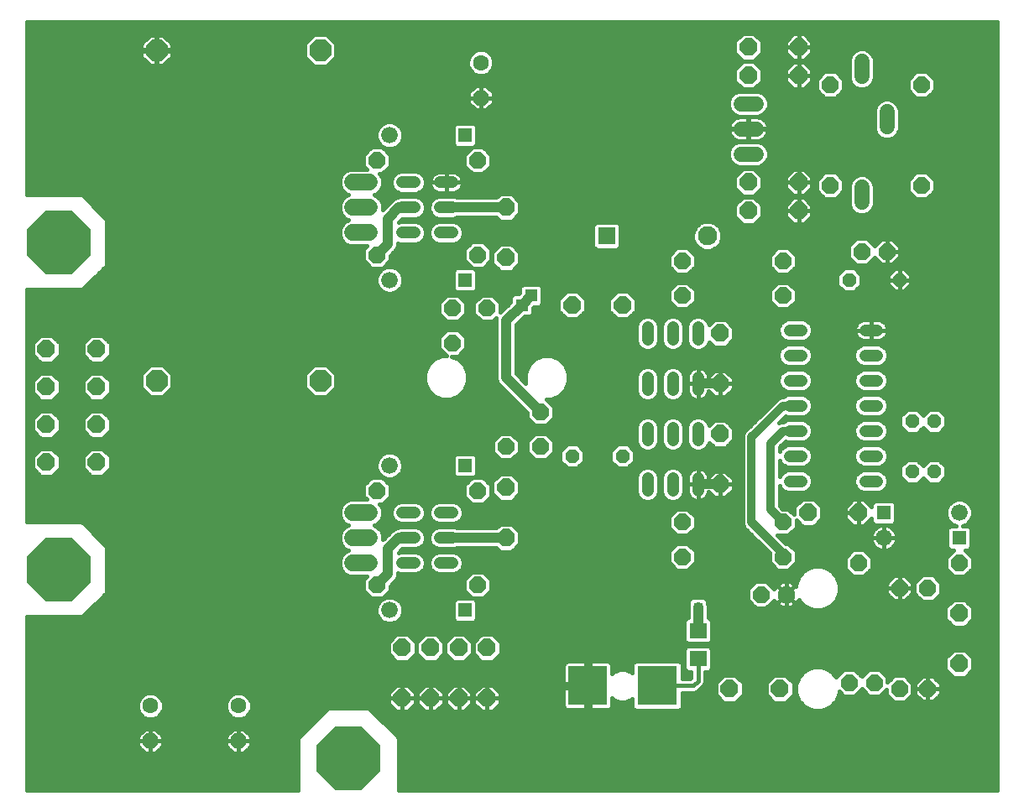
<source format=gbl>
G75*
%MOIN*%
%OFA0B0*%
%FSLAX25Y25*%
%IPPOS*%
%LPD*%
%AMOC8*
5,1,8,0,0,1.08239X$1,22.5*
%
%ADD10C,0.04800*%
%ADD11OC8,0.07000*%
%ADD12C,0.06000*%
%ADD13C,0.17000*%
%ADD14OC8,0.06600*%
%ADD15OC8,0.05600*%
%ADD16OC8,0.06300*%
%ADD17C,0.06300*%
%ADD18R,0.07098X0.06299*%
%ADD19OC8,0.08600*%
%ADD20OC8,0.25400*%
%ADD21OC8,0.03762*%
%ADD22R,0.05600X0.05600*%
%ADD23C,0.06600*%
%ADD24C,0.06600*%
%ADD25C,0.18500*%
%ADD26C,0.07600*%
%ADD27R,0.07000X0.07000*%
%ADD28R,0.15748X0.15748*%
%ADD29C,0.03200*%
%ADD30C,0.03762*%
%ADD31C,0.01600*%
%ADD32C,0.04000*%
%ADD33R,0.03762X0.03762*%
%ADD34R,0.05000X0.05000*%
D10*
X0154100Y0155350D02*
X0158900Y0155350D01*
X0158900Y0165350D02*
X0154100Y0165350D01*
X0154100Y0175350D02*
X0158900Y0175350D01*
X0169100Y0175350D02*
X0173900Y0175350D01*
X0173900Y0165350D02*
X0169100Y0165350D01*
X0169100Y0155350D02*
X0173900Y0155350D01*
X0251500Y0184200D02*
X0251500Y0189000D01*
X0261500Y0189000D02*
X0261500Y0184200D01*
X0271500Y0184200D02*
X0271500Y0189000D01*
X0271500Y0204200D02*
X0271500Y0209000D01*
X0261500Y0209000D02*
X0261500Y0204200D01*
X0251500Y0204200D02*
X0251500Y0209000D01*
X0251500Y0224200D02*
X0251500Y0229000D01*
X0261500Y0229000D02*
X0261500Y0224200D01*
X0271500Y0224200D02*
X0271500Y0229000D01*
X0271500Y0244200D02*
X0271500Y0249000D01*
X0261500Y0249000D02*
X0261500Y0244200D01*
X0251500Y0244200D02*
X0251500Y0249000D01*
X0307850Y0247850D02*
X0312650Y0247850D01*
X0312650Y0237850D02*
X0307850Y0237850D01*
X0307850Y0227850D02*
X0312650Y0227850D01*
X0312650Y0217850D02*
X0307850Y0217850D01*
X0307850Y0207850D02*
X0312650Y0207850D01*
X0312650Y0197850D02*
X0307850Y0197850D01*
X0307850Y0187850D02*
X0312650Y0187850D01*
X0337850Y0187850D02*
X0342650Y0187850D01*
X0342650Y0197850D02*
X0337850Y0197850D01*
X0337850Y0207850D02*
X0342650Y0207850D01*
X0342650Y0217850D02*
X0337850Y0217850D01*
X0337850Y0227850D02*
X0342650Y0227850D01*
X0342650Y0237850D02*
X0337850Y0237850D01*
X0337850Y0247850D02*
X0342650Y0247850D01*
X0173900Y0286600D02*
X0169100Y0286600D01*
X0169100Y0296600D02*
X0173900Y0296600D01*
X0173900Y0306600D02*
X0169100Y0306600D01*
X0158900Y0306600D02*
X0154100Y0306600D01*
X0154100Y0296600D02*
X0158900Y0296600D01*
X0158900Y0286600D02*
X0154100Y0286600D01*
D11*
X0195250Y0276600D03*
X0195250Y0296600D03*
X0221500Y0257850D03*
X0241500Y0257850D03*
X0280250Y0246600D03*
X0280250Y0226600D03*
X0280250Y0206600D03*
X0280250Y0186600D03*
X0315250Y0175350D03*
X0335250Y0175350D03*
X0375250Y0135350D03*
X0375250Y0115350D03*
X0304000Y0105350D03*
X0284000Y0105350D03*
X0195250Y0165350D03*
X0195250Y0185350D03*
X0187750Y0121600D03*
X0176500Y0121600D03*
X0165250Y0121600D03*
X0154000Y0121600D03*
X0154000Y0101600D03*
X0165250Y0101600D03*
X0176500Y0101600D03*
X0187750Y0101600D03*
X0032750Y0195350D03*
X0032750Y0210350D03*
X0032750Y0225350D03*
X0032750Y0240350D03*
X0012750Y0240350D03*
X0012750Y0225350D03*
X0012750Y0210350D03*
X0012750Y0195350D03*
X0291500Y0295350D03*
X0291500Y0306600D03*
X0311500Y0306600D03*
X0311500Y0295350D03*
X0311500Y0349100D03*
X0311500Y0360350D03*
X0291500Y0360350D03*
X0291500Y0349100D03*
D12*
X0294500Y0337850D02*
X0288500Y0337850D01*
X0288500Y0327850D02*
X0294500Y0327850D01*
X0294500Y0317850D02*
X0288500Y0317850D01*
X0336500Y0304600D02*
X0336500Y0298600D01*
X0346500Y0328600D02*
X0346500Y0334600D01*
X0336500Y0348600D02*
X0336500Y0354600D01*
D13*
X0230000Y0327850D03*
D14*
X0184000Y0315350D03*
X0144000Y0315350D03*
X0144000Y0277850D03*
X0174000Y0256600D03*
X0187750Y0256600D03*
X0174000Y0242850D03*
X0209000Y0215350D03*
X0209000Y0201600D03*
X0195250Y0201600D03*
X0184000Y0184100D03*
X0144000Y0184100D03*
X0144000Y0146600D03*
X0184000Y0146600D03*
X0265250Y0157850D03*
X0265250Y0171600D03*
X0296500Y0142850D03*
X0306500Y0142850D03*
X0305250Y0157850D03*
X0305250Y0171600D03*
X0335250Y0155350D03*
X0351500Y0145350D03*
X0362750Y0145350D03*
X0375250Y0155350D03*
X0362750Y0105350D03*
X0351500Y0105350D03*
X0341500Y0107850D03*
X0331500Y0107850D03*
X0305250Y0261600D03*
X0305250Y0275350D03*
X0336500Y0279100D03*
X0346500Y0279100D03*
X0360250Y0305350D03*
X0324000Y0305350D03*
X0324000Y0345350D03*
X0360250Y0345350D03*
X0265250Y0275350D03*
X0265250Y0261600D03*
X0184000Y0277850D03*
D15*
X0221500Y0197850D03*
X0241500Y0197850D03*
X0331500Y0267850D03*
X0351500Y0267850D03*
X0356500Y0211600D03*
X0365250Y0211600D03*
X0365250Y0191600D03*
X0356500Y0191600D03*
D16*
X0185250Y0340225D03*
X0089000Y0084600D03*
X0054000Y0084600D03*
D17*
X0054000Y0098600D03*
X0089000Y0098600D03*
X0185250Y0354225D03*
D18*
X0271500Y0128448D03*
X0271500Y0117252D03*
D19*
X0121500Y0227850D03*
X0056500Y0227850D03*
X0056500Y0359100D03*
X0121500Y0359100D03*
D20*
X0017750Y0357850D03*
X0017750Y0282850D03*
X0017750Y0152850D03*
X0017750Y0077850D03*
X0132750Y0077850D03*
X0207750Y0077850D03*
X0377750Y0077850D03*
X0377750Y0357850D03*
D21*
X0370875Y0350975D03*
X0367750Y0357850D03*
X0370875Y0364725D03*
X0377750Y0367850D03*
X0384625Y0364725D03*
X0387750Y0357850D03*
X0384625Y0350975D03*
X0377750Y0347850D03*
X0377750Y0087850D03*
X0370875Y0084725D03*
X0367750Y0077850D03*
X0370875Y0070975D03*
X0377750Y0067850D03*
X0384625Y0070975D03*
X0387750Y0077850D03*
X0384625Y0084725D03*
X0217750Y0077850D03*
X0214625Y0070975D03*
X0207750Y0067850D03*
X0200875Y0070975D03*
X0197750Y0077850D03*
X0200875Y0084725D03*
X0207750Y0087850D03*
X0214625Y0084725D03*
X0142750Y0077850D03*
X0139625Y0070975D03*
X0132750Y0067850D03*
X0125875Y0070975D03*
X0122750Y0077850D03*
X0125875Y0084725D03*
X0132750Y0087850D03*
X0139625Y0084725D03*
X0027750Y0077850D03*
X0024625Y0070975D03*
X0017750Y0067850D03*
X0010875Y0070975D03*
X0007750Y0077850D03*
X0010875Y0084725D03*
X0017750Y0087850D03*
X0024625Y0084725D03*
X0017750Y0142850D03*
X0010875Y0145975D03*
X0007750Y0152850D03*
X0010875Y0159725D03*
X0017750Y0162850D03*
X0024625Y0159725D03*
X0027750Y0152850D03*
X0024625Y0145975D03*
X0017750Y0272850D03*
X0010875Y0275975D03*
X0007750Y0282850D03*
X0010875Y0289725D03*
X0017750Y0292850D03*
X0024625Y0289725D03*
X0027750Y0282850D03*
X0024625Y0275975D03*
X0017750Y0347850D03*
X0010875Y0350975D03*
X0007750Y0357850D03*
X0010875Y0364725D03*
X0017750Y0367850D03*
X0024625Y0364725D03*
X0027750Y0357850D03*
X0024625Y0350975D03*
D22*
X0179000Y0325350D03*
X0179000Y0267850D03*
X0179000Y0194100D03*
X0179000Y0136600D03*
X0345250Y0175350D03*
X0375250Y0165350D03*
D23*
X0375250Y0175350D03*
X0345250Y0165350D03*
X0149000Y0136600D03*
X0149000Y0194100D03*
X0149000Y0267850D03*
X0149000Y0325350D03*
D24*
X0141050Y0306600D02*
X0134450Y0306600D01*
X0134450Y0296600D02*
X0141050Y0296600D01*
X0141050Y0286600D02*
X0134450Y0286600D01*
X0134450Y0175350D02*
X0141050Y0175350D01*
X0141050Y0165350D02*
X0134450Y0165350D01*
X0134450Y0155350D02*
X0141050Y0155350D01*
D25*
X0069000Y0165350D03*
X0069000Y0296600D03*
D26*
X0275250Y0285350D03*
D27*
X0235250Y0285350D03*
D28*
X0227720Y0106600D03*
X0255280Y0106600D03*
D29*
X0286500Y0076600D02*
X0287750Y0077850D01*
X0292750Y0077850D01*
X0320250Y0077850D02*
X0325250Y0077850D01*
X0326500Y0076600D01*
X0305250Y0157850D02*
X0305250Y0159100D01*
X0292750Y0171600D01*
X0292750Y0205350D01*
X0305250Y0217850D01*
X0310250Y0217850D01*
X0310250Y0207850D02*
X0305250Y0207850D01*
X0300250Y0202850D01*
X0300250Y0176600D01*
X0305250Y0171600D01*
D30*
X0285250Y0165350D03*
X0271500Y0149100D03*
X0256500Y0170350D03*
X0240250Y0175350D03*
X0222750Y0189100D03*
X0202750Y0195350D03*
X0222750Y0210350D03*
X0240250Y0217850D03*
X0222750Y0230350D03*
X0240250Y0237850D03*
X0222750Y0247850D03*
X0217750Y0267850D03*
X0250250Y0267850D03*
X0257750Y0302850D03*
X0247750Y0307850D03*
X0247750Y0317850D03*
X0257750Y0322850D03*
X0257750Y0332850D03*
X0247750Y0337850D03*
X0247750Y0347850D03*
X0237750Y0352850D03*
X0237750Y0342850D03*
X0227750Y0347850D03*
X0217750Y0352850D03*
X0217750Y0342850D03*
X0217750Y0332850D03*
X0217750Y0322850D03*
X0217750Y0312850D03*
X0227750Y0307850D03*
X0217750Y0302850D03*
X0207750Y0307850D03*
X0207750Y0317850D03*
X0207750Y0327850D03*
X0207750Y0337850D03*
X0207750Y0347850D03*
X0237750Y0312850D03*
X0237750Y0302850D03*
X0257750Y0312850D03*
X0267750Y0307850D03*
X0267750Y0317850D03*
X0277750Y0322850D03*
X0277750Y0332850D03*
X0267750Y0337850D03*
X0267750Y0347850D03*
X0277750Y0352850D03*
X0277750Y0342850D03*
X0267750Y0327850D03*
X0257750Y0342850D03*
X0257750Y0352850D03*
X0247750Y0327850D03*
X0277750Y0312850D03*
X0277750Y0302850D03*
X0297750Y0367850D03*
X0317750Y0367850D03*
X0337750Y0367850D03*
X0357750Y0367850D03*
X0387750Y0332850D03*
X0387750Y0312850D03*
X0387750Y0292850D03*
X0387750Y0272850D03*
X0387750Y0252850D03*
X0387750Y0232850D03*
X0387750Y0212850D03*
X0387750Y0192850D03*
X0387750Y0172850D03*
X0387750Y0152850D03*
X0387750Y0132850D03*
X0387750Y0107850D03*
X0357750Y0071600D03*
X0332750Y0067850D03*
X0326500Y0067850D03*
X0320250Y0067850D03*
X0320250Y0077850D03*
X0326500Y0077850D03*
X0332750Y0077850D03*
X0332750Y0087850D03*
X0326500Y0087850D03*
X0320250Y0087850D03*
X0292750Y0087850D03*
X0286500Y0087850D03*
X0280250Y0087850D03*
X0280250Y0077850D03*
X0286500Y0077850D03*
X0292750Y0077850D03*
X0292750Y0067850D03*
X0286500Y0067850D03*
X0280250Y0067850D03*
X0267750Y0067850D03*
X0247750Y0067850D03*
X0227750Y0067850D03*
X0240250Y0134100D03*
X0240250Y0155350D03*
X0194000Y0155350D03*
X0191500Y0131600D03*
X0156500Y0147850D03*
X0135250Y0185350D03*
X0135250Y0197850D03*
X0147750Y0207850D03*
X0170250Y0202850D03*
X0135250Y0241600D03*
X0135250Y0260350D03*
X0135250Y0277850D03*
X0157750Y0277850D03*
X0162750Y0255350D03*
X0112750Y0251600D03*
X0112750Y0261600D03*
X0102750Y0266600D03*
X0102750Y0276600D03*
X0112750Y0281600D03*
X0112750Y0291600D03*
X0102750Y0296600D03*
X0102750Y0306600D03*
X0112750Y0311600D03*
X0112750Y0321600D03*
X0102750Y0326600D03*
X0102750Y0336600D03*
X0112750Y0341600D03*
X0112750Y0331600D03*
X0102750Y0316600D03*
X0092750Y0311600D03*
X0092750Y0321600D03*
X0082750Y0326600D03*
X0092750Y0331600D03*
X0082750Y0316600D03*
X0082750Y0306600D03*
X0082750Y0296600D03*
X0092750Y0291600D03*
X0092750Y0281600D03*
X0082750Y0276600D03*
X0082750Y0266600D03*
X0092750Y0261600D03*
X0092750Y0271600D03*
X0082750Y0286600D03*
X0072750Y0281600D03*
X0062750Y0276600D03*
X0062750Y0266600D03*
X0072750Y0261600D03*
X0062750Y0256600D03*
X0052750Y0251600D03*
X0052750Y0261600D03*
X0052750Y0271600D03*
X0052750Y0281600D03*
X0052750Y0291600D03*
X0052750Y0301600D03*
X0052750Y0311600D03*
X0052750Y0321600D03*
X0052750Y0331600D03*
X0052750Y0341600D03*
X0062750Y0336600D03*
X0062750Y0326600D03*
X0072750Y0321600D03*
X0072750Y0311600D03*
X0062750Y0316600D03*
X0072750Y0331600D03*
X0092750Y0301600D03*
X0102750Y0286600D03*
X0112750Y0271600D03*
X0102750Y0256600D03*
X0072750Y0271600D03*
X0034000Y0299100D03*
X0007750Y0307850D03*
X0007750Y0327850D03*
X0112750Y0301600D03*
X0135250Y0320350D03*
X0135250Y0334100D03*
X0135250Y0347850D03*
X0137750Y0360350D03*
X0155250Y0360350D03*
X0112750Y0210350D03*
X0102750Y0205350D03*
X0102750Y0195350D03*
X0112750Y0190350D03*
X0112750Y0180350D03*
X0102750Y0175350D03*
X0102750Y0165350D03*
X0112750Y0160350D03*
X0112750Y0150350D03*
X0102750Y0145350D03*
X0102750Y0135350D03*
X0112750Y0130350D03*
X0112750Y0120350D03*
X0102750Y0125350D03*
X0092750Y0130350D03*
X0082750Y0135350D03*
X0082750Y0145350D03*
X0092750Y0150350D03*
X0092750Y0160350D03*
X0082750Y0165350D03*
X0082750Y0175350D03*
X0092750Y0180350D03*
X0092750Y0190350D03*
X0082750Y0195350D03*
X0092750Y0200350D03*
X0082750Y0185350D03*
X0072750Y0180350D03*
X0072750Y0190350D03*
X0062750Y0195350D03*
X0062750Y0205350D03*
X0072750Y0200350D03*
X0062750Y0185350D03*
X0052750Y0180350D03*
X0052750Y0190350D03*
X0052750Y0200350D03*
X0052750Y0210350D03*
X0052750Y0170350D03*
X0052750Y0160350D03*
X0052750Y0150350D03*
X0052750Y0140350D03*
X0052750Y0130350D03*
X0052750Y0120350D03*
X0062750Y0125350D03*
X0072750Y0130350D03*
X0062750Y0135350D03*
X0062750Y0145350D03*
X0072750Y0150350D03*
X0072750Y0140350D03*
X0082750Y0155350D03*
X0092750Y0140350D03*
X0102750Y0155350D03*
X0092750Y0170350D03*
X0102750Y0185350D03*
X0112750Y0170350D03*
X0112750Y0140350D03*
X0112750Y0200350D03*
X0007750Y0107850D03*
X0047750Y0067850D03*
X0067750Y0067850D03*
X0087750Y0067850D03*
X0107750Y0067850D03*
X0157750Y0067850D03*
D31*
X0005050Y0065150D02*
X0005050Y0134050D01*
X0027038Y0134050D01*
X0027800Y0134812D01*
X0036550Y0143562D01*
X0036550Y0162138D01*
X0035788Y0162900D01*
X0027038Y0171650D01*
X0005050Y0171650D01*
X0005050Y0264050D01*
X0027038Y0264050D01*
X0027800Y0264812D01*
X0036550Y0273562D01*
X0036550Y0292138D01*
X0035788Y0292900D01*
X0027038Y0301650D01*
X0005050Y0301650D01*
X0005050Y0370511D01*
X0390401Y0370511D01*
X0390401Y0065150D01*
X0152800Y0065150D01*
X0152800Y0085888D01*
X0152038Y0086650D01*
X0140788Y0097900D01*
X0124712Y0097900D01*
X0123950Y0097138D01*
X0112700Y0085888D01*
X0112700Y0065150D01*
X0005050Y0065150D01*
X0005050Y0066047D02*
X0112700Y0066047D01*
X0112700Y0067646D02*
X0005050Y0067646D01*
X0005050Y0069244D02*
X0112700Y0069244D01*
X0112700Y0070843D02*
X0005050Y0070843D01*
X0005050Y0072441D02*
X0112700Y0072441D01*
X0112700Y0074040D02*
X0005050Y0074040D01*
X0005050Y0075638D02*
X0112700Y0075638D01*
X0112700Y0077237D02*
X0005050Y0077237D01*
X0005050Y0078835D02*
X0112700Y0078835D01*
X0112700Y0080434D02*
X0091834Y0080434D01*
X0091050Y0079650D02*
X0093950Y0082550D01*
X0093950Y0084600D01*
X0093950Y0086650D01*
X0091050Y0089550D01*
X0089000Y0089550D01*
X0089000Y0084600D01*
X0089000Y0084600D01*
X0093950Y0084600D01*
X0089000Y0084600D01*
X0089000Y0084600D01*
X0089000Y0084600D01*
X0084050Y0084600D01*
X0084050Y0086650D01*
X0086950Y0089550D01*
X0089000Y0089550D01*
X0089000Y0084600D01*
X0089000Y0079650D01*
X0091050Y0079650D01*
X0089000Y0079650D02*
X0089000Y0084600D01*
X0089000Y0084600D01*
X0084050Y0084600D01*
X0084050Y0082550D01*
X0086950Y0079650D01*
X0089000Y0079650D01*
X0089000Y0080434D02*
X0089000Y0080434D01*
X0089000Y0082032D02*
X0089000Y0082032D01*
X0089000Y0083631D02*
X0089000Y0083631D01*
X0089000Y0085229D02*
X0089000Y0085229D01*
X0089000Y0086828D02*
X0089000Y0086828D01*
X0089000Y0088426D02*
X0089000Y0088426D01*
X0092174Y0088426D02*
X0115238Y0088426D01*
X0116836Y0090025D02*
X0005050Y0090025D01*
X0005050Y0091623D02*
X0118435Y0091623D01*
X0120033Y0093222D02*
X0005050Y0093222D01*
X0005050Y0094820D02*
X0050497Y0094820D01*
X0051083Y0094234D02*
X0052976Y0093450D01*
X0055024Y0093450D01*
X0056917Y0094234D01*
X0058366Y0095683D01*
X0059150Y0097576D01*
X0059150Y0099624D01*
X0058366Y0101517D01*
X0056917Y0102966D01*
X0055024Y0103750D01*
X0052976Y0103750D01*
X0051083Y0102966D01*
X0049634Y0101517D01*
X0048850Y0099624D01*
X0048850Y0097576D01*
X0049634Y0095683D01*
X0051083Y0094234D01*
X0049329Y0096419D02*
X0005050Y0096419D01*
X0005050Y0098017D02*
X0048850Y0098017D01*
X0048850Y0099616D02*
X0005050Y0099616D01*
X0005050Y0101214D02*
X0049509Y0101214D01*
X0050930Y0102813D02*
X0005050Y0102813D01*
X0005050Y0104411D02*
X0149316Y0104411D01*
X0148700Y0103795D02*
X0148700Y0101600D01*
X0154000Y0101600D01*
X0154000Y0101600D01*
X0154000Y0106900D01*
X0156195Y0106900D01*
X0159300Y0103795D01*
X0159300Y0101600D01*
X0154000Y0101600D01*
X0154000Y0101600D01*
X0154000Y0101600D01*
X0154000Y0106900D01*
X0151805Y0106900D01*
X0148700Y0103795D01*
X0148700Y0102813D02*
X0092070Y0102813D01*
X0091917Y0102966D02*
X0090024Y0103750D01*
X0087976Y0103750D01*
X0086083Y0102966D01*
X0084634Y0101517D01*
X0083850Y0099624D01*
X0083850Y0097576D01*
X0084634Y0095683D01*
X0086083Y0094234D01*
X0087976Y0093450D01*
X0090024Y0093450D01*
X0091917Y0094234D01*
X0093366Y0095683D01*
X0094150Y0097576D01*
X0094150Y0099624D01*
X0093366Y0101517D01*
X0091917Y0102966D01*
X0093491Y0101214D02*
X0148700Y0101214D01*
X0148700Y0101600D02*
X0148700Y0099405D01*
X0151805Y0096300D01*
X0154000Y0096300D01*
X0156195Y0096300D01*
X0159300Y0099405D01*
X0159300Y0101600D01*
X0154000Y0101600D01*
X0154000Y0096300D01*
X0154000Y0101600D01*
X0154000Y0101600D01*
X0148700Y0101600D01*
X0148700Y0099616D02*
X0094150Y0099616D01*
X0094150Y0098017D02*
X0150087Y0098017D01*
X0151686Y0096419D02*
X0142270Y0096419D01*
X0143868Y0094820D02*
X0390401Y0094820D01*
X0390401Y0093222D02*
X0145467Y0093222D01*
X0147065Y0091623D02*
X0390401Y0091623D01*
X0390401Y0090025D02*
X0148664Y0090025D01*
X0150262Y0088426D02*
X0390401Y0088426D01*
X0390401Y0086828D02*
X0151861Y0086828D01*
X0152800Y0085229D02*
X0390401Y0085229D01*
X0390401Y0083631D02*
X0152800Y0083631D01*
X0152800Y0082032D02*
X0390401Y0082032D01*
X0390401Y0080434D02*
X0152800Y0080434D01*
X0152800Y0078835D02*
X0390401Y0078835D01*
X0390401Y0077237D02*
X0152800Y0077237D01*
X0152800Y0075638D02*
X0390401Y0075638D01*
X0390401Y0074040D02*
X0152800Y0074040D01*
X0152800Y0072441D02*
X0390401Y0072441D01*
X0390401Y0070843D02*
X0152800Y0070843D01*
X0152800Y0069244D02*
X0390401Y0069244D01*
X0390401Y0067646D02*
X0152800Y0067646D01*
X0152800Y0066047D02*
X0390401Y0066047D01*
X0390401Y0096419D02*
X0190064Y0096419D01*
X0189945Y0096300D02*
X0193050Y0099405D01*
X0193050Y0101600D01*
X0193050Y0103795D01*
X0189945Y0106900D01*
X0187750Y0106900D01*
X0187750Y0101600D01*
X0187750Y0101600D01*
X0193050Y0101600D01*
X0187750Y0101600D01*
X0187750Y0101600D01*
X0187750Y0101600D01*
X0182450Y0101600D01*
X0182450Y0103795D01*
X0185555Y0106900D01*
X0187750Y0106900D01*
X0187750Y0101600D01*
X0187750Y0096300D01*
X0189945Y0096300D01*
X0187750Y0096300D02*
X0187750Y0101600D01*
X0187750Y0101600D01*
X0182450Y0101600D01*
X0182450Y0099405D01*
X0185555Y0096300D01*
X0187750Y0096300D01*
X0187750Y0096419D02*
X0187750Y0096419D01*
X0187750Y0098017D02*
X0187750Y0098017D01*
X0187750Y0099616D02*
X0187750Y0099616D01*
X0187750Y0101214D02*
X0187750Y0101214D01*
X0187750Y0102813D02*
X0187750Y0102813D01*
X0187750Y0104411D02*
X0187750Y0104411D01*
X0187750Y0106010D02*
X0187750Y0106010D01*
X0190836Y0106010D02*
X0226920Y0106010D01*
X0226920Y0105800D02*
X0218046Y0105800D01*
X0218046Y0098489D01*
X0218169Y0098031D01*
X0218406Y0097621D01*
X0218741Y0097286D01*
X0219152Y0097049D01*
X0219609Y0096926D01*
X0226920Y0096926D01*
X0226920Y0105800D01*
X0226920Y0107400D01*
X0218046Y0107400D01*
X0218046Y0114711D01*
X0218169Y0115169D01*
X0218406Y0115579D01*
X0218741Y0115914D01*
X0219152Y0116151D01*
X0219609Y0116274D01*
X0226920Y0116274D01*
X0226920Y0107400D01*
X0228520Y0107400D01*
X0228520Y0116274D01*
X0235831Y0116274D01*
X0236289Y0116151D01*
X0236700Y0115914D01*
X0237035Y0115579D01*
X0237272Y0115169D01*
X0237394Y0114711D01*
X0237394Y0111531D01*
X0237880Y0112017D01*
X0240229Y0112990D01*
X0242771Y0112990D01*
X0245120Y0112017D01*
X0245406Y0111731D01*
X0245406Y0115302D01*
X0246577Y0116474D01*
X0263982Y0116474D01*
X0265154Y0115302D01*
X0265154Y0109400D01*
X0268461Y0109400D01*
X0268700Y0109631D01*
X0268700Y0112102D01*
X0267122Y0112102D01*
X0265951Y0113274D01*
X0265951Y0121230D01*
X0267122Y0122401D01*
X0275878Y0122401D01*
X0277049Y0121230D01*
X0277049Y0113274D01*
X0275878Y0112102D01*
X0274300Y0112102D01*
X0274300Y0108980D01*
X0274308Y0108958D01*
X0274300Y0108423D01*
X0274300Y0107889D01*
X0274291Y0107867D01*
X0274291Y0107844D01*
X0274078Y0107354D01*
X0273874Y0106859D01*
X0273858Y0106843D01*
X0273848Y0106822D01*
X0273464Y0106450D01*
X0273086Y0106072D01*
X0273065Y0106063D01*
X0271560Y0104605D01*
X0271182Y0104226D01*
X0271160Y0104218D01*
X0271144Y0104202D01*
X0270646Y0104005D01*
X0270152Y0103800D01*
X0270130Y0103800D01*
X0270108Y0103792D01*
X0269573Y0103800D01*
X0265154Y0103800D01*
X0265154Y0097898D01*
X0263982Y0096726D01*
X0246577Y0096726D01*
X0245406Y0097898D01*
X0245406Y0101468D01*
X0245120Y0101183D01*
X0242771Y0100210D01*
X0240229Y0100210D01*
X0237880Y0101183D01*
X0237394Y0101668D01*
X0237394Y0098489D01*
X0237272Y0098031D01*
X0237035Y0097621D01*
X0236700Y0097286D01*
X0236289Y0097049D01*
X0235831Y0096926D01*
X0228520Y0096926D01*
X0228520Y0105800D01*
X0226920Y0105800D01*
X0226920Y0104411D02*
X0228520Y0104411D01*
X0228520Y0102813D02*
X0226920Y0102813D01*
X0226920Y0101214D02*
X0228520Y0101214D01*
X0228520Y0099616D02*
X0226920Y0099616D01*
X0226920Y0098017D02*
X0228520Y0098017D01*
X0237264Y0098017D02*
X0245406Y0098017D01*
X0245406Y0099616D02*
X0237394Y0099616D01*
X0237394Y0101214D02*
X0237849Y0101214D01*
X0245151Y0101214D02*
X0245406Y0101214D01*
X0245406Y0112404D02*
X0244187Y0112404D01*
X0245406Y0114002D02*
X0237394Y0114002D01*
X0237394Y0112404D02*
X0238813Y0112404D01*
X0237013Y0115601D02*
X0245704Y0115601D01*
X0255280Y0106600D02*
X0269595Y0106600D01*
X0271500Y0108445D01*
X0271500Y0117252D01*
X0277049Y0117199D02*
X0369750Y0117199D01*
X0369750Y0117628D02*
X0369750Y0113072D01*
X0372972Y0109850D01*
X0377528Y0109850D01*
X0380750Y0113072D01*
X0380750Y0117628D01*
X0377528Y0120850D01*
X0372972Y0120850D01*
X0369750Y0117628D01*
X0370920Y0118798D02*
X0277049Y0118798D01*
X0277049Y0120396D02*
X0372518Y0120396D01*
X0377982Y0120396D02*
X0390401Y0120396D01*
X0390401Y0118798D02*
X0379580Y0118798D01*
X0380750Y0117199D02*
X0390401Y0117199D01*
X0390401Y0115601D02*
X0380750Y0115601D01*
X0380750Y0114002D02*
X0390401Y0114002D01*
X0390401Y0112404D02*
X0380082Y0112404D01*
X0378484Y0110805D02*
X0390401Y0110805D01*
X0390401Y0109207D02*
X0366106Y0109207D01*
X0364862Y0110450D02*
X0362750Y0110450D01*
X0362750Y0105350D01*
X0362750Y0105350D01*
X0367850Y0105350D01*
X0367850Y0107462D01*
X0364862Y0110450D01*
X0362750Y0110450D02*
X0362750Y0105350D01*
X0362750Y0105350D01*
X0362750Y0105350D01*
X0357650Y0105350D01*
X0357650Y0107462D01*
X0360638Y0110450D01*
X0362750Y0110450D01*
X0362750Y0109207D02*
X0362750Y0109207D01*
X0362750Y0107608D02*
X0362750Y0107608D01*
X0362750Y0106010D02*
X0362750Y0106010D01*
X0362750Y0105350D02*
X0357650Y0105350D01*
X0357650Y0103238D01*
X0360638Y0100250D01*
X0362750Y0100250D01*
X0364862Y0100250D01*
X0367850Y0103238D01*
X0367850Y0105350D01*
X0362750Y0105350D01*
X0362750Y0100250D01*
X0362750Y0105350D01*
X0362750Y0105350D01*
X0362750Y0104411D02*
X0362750Y0104411D01*
X0362750Y0102813D02*
X0362750Y0102813D01*
X0362750Y0101214D02*
X0362750Y0101214D01*
X0365827Y0101214D02*
X0390401Y0101214D01*
X0390401Y0099616D02*
X0325427Y0099616D01*
X0326290Y0100479D02*
X0327599Y0103640D01*
X0327599Y0104255D01*
X0329305Y0102550D01*
X0333695Y0102550D01*
X0336500Y0105355D01*
X0339305Y0102550D01*
X0343695Y0102550D01*
X0346200Y0105055D01*
X0346200Y0103155D01*
X0349305Y0100050D01*
X0353695Y0100050D01*
X0356800Y0103155D01*
X0356800Y0107545D01*
X0353695Y0110650D01*
X0349305Y0110650D01*
X0346800Y0108145D01*
X0346800Y0110045D01*
X0343695Y0113150D01*
X0339305Y0113150D01*
X0336500Y0110345D01*
X0333695Y0113150D01*
X0329305Y0113150D01*
X0326315Y0110160D01*
X0326290Y0110221D01*
X0323871Y0112640D01*
X0320710Y0113949D01*
X0317290Y0113949D01*
X0314129Y0112640D01*
X0311710Y0110221D01*
X0310401Y0107060D01*
X0310401Y0103640D01*
X0311710Y0100479D01*
X0314129Y0098060D01*
X0317290Y0096751D01*
X0320710Y0096751D01*
X0323871Y0098060D01*
X0326290Y0100479D01*
X0326595Y0101214D02*
X0348140Y0101214D01*
X0346542Y0102813D02*
X0343958Y0102813D01*
X0345557Y0104411D02*
X0346200Y0104411D01*
X0346800Y0109207D02*
X0347862Y0109207D01*
X0346040Y0110805D02*
X0372016Y0110805D01*
X0370418Y0112404D02*
X0344441Y0112404D01*
X0338559Y0112404D02*
X0334441Y0112404D01*
X0336040Y0110805D02*
X0336960Y0110805D01*
X0337443Y0104411D02*
X0335557Y0104411D01*
X0333958Y0102813D02*
X0339042Y0102813D01*
X0329042Y0102813D02*
X0327257Y0102813D01*
X0323768Y0098017D02*
X0390401Y0098017D01*
X0390401Y0102813D02*
X0367425Y0102813D01*
X0367850Y0104411D02*
X0390401Y0104411D01*
X0390401Y0106010D02*
X0367850Y0106010D01*
X0367704Y0107608D02*
X0390401Y0107608D01*
X0390401Y0121995D02*
X0276284Y0121995D01*
X0275878Y0123299D02*
X0277049Y0124470D01*
X0277049Y0132426D01*
X0275878Y0133598D01*
X0275500Y0133598D01*
X0275500Y0138646D01*
X0275381Y0138933D01*
X0275381Y0140560D01*
X0274210Y0141731D01*
X0272583Y0141731D01*
X0272296Y0141850D01*
X0270704Y0141850D01*
X0270417Y0141731D01*
X0268790Y0141731D01*
X0267619Y0140560D01*
X0267619Y0138933D01*
X0267500Y0138646D01*
X0267500Y0133598D01*
X0267122Y0133598D01*
X0265951Y0132426D01*
X0265951Y0124470D01*
X0267122Y0123299D01*
X0275878Y0123299D01*
X0276172Y0123593D02*
X0390401Y0123593D01*
X0390401Y0125192D02*
X0277049Y0125192D01*
X0277049Y0126790D02*
X0390401Y0126790D01*
X0390401Y0128389D02*
X0277049Y0128389D01*
X0277049Y0129987D02*
X0372834Y0129987D01*
X0372972Y0129850D02*
X0377528Y0129850D01*
X0380750Y0133072D01*
X0380750Y0137628D01*
X0377528Y0140850D01*
X0372972Y0140850D01*
X0369750Y0137628D01*
X0369750Y0133072D01*
X0372972Y0129850D01*
X0371236Y0131586D02*
X0277049Y0131586D01*
X0276291Y0133184D02*
X0369750Y0133184D01*
X0369750Y0134783D02*
X0275500Y0134783D01*
X0275500Y0136382D02*
X0369750Y0136382D01*
X0370102Y0137980D02*
X0323678Y0137980D01*
X0323871Y0138060D02*
X0326290Y0140479D01*
X0327599Y0143640D01*
X0327599Y0147060D01*
X0326290Y0150221D01*
X0323871Y0152640D01*
X0320710Y0153949D01*
X0317290Y0153949D01*
X0314129Y0152640D01*
X0311710Y0150221D01*
X0310401Y0147060D01*
X0310401Y0146162D01*
X0308612Y0147950D01*
X0306500Y0147950D01*
X0306500Y0142850D01*
X0302750Y0146600D01*
X0302410Y0145973D02*
X0300873Y0145973D01*
X0301641Y0145204D02*
X0298695Y0148150D01*
X0294305Y0148150D01*
X0291200Y0145045D01*
X0291200Y0140655D01*
X0294305Y0137550D01*
X0298695Y0137550D01*
X0301641Y0140496D01*
X0304388Y0137750D01*
X0306500Y0137750D01*
X0308612Y0137750D01*
X0311600Y0140738D01*
X0311600Y0140744D01*
X0311710Y0140479D01*
X0314129Y0138060D01*
X0317290Y0136751D01*
X0320710Y0136751D01*
X0323871Y0138060D01*
X0325390Y0139579D02*
X0371700Y0139579D01*
X0368050Y0143155D02*
X0364945Y0140050D01*
X0360555Y0140050D01*
X0357450Y0143155D01*
X0357450Y0147545D01*
X0360555Y0150650D01*
X0364945Y0150650D01*
X0368050Y0147545D01*
X0368050Y0143155D01*
X0367671Y0142776D02*
X0390401Y0142776D01*
X0390401Y0144374D02*
X0368050Y0144374D01*
X0368050Y0145973D02*
X0390401Y0145973D01*
X0390401Y0147571D02*
X0368024Y0147571D01*
X0366426Y0149170D02*
X0390401Y0149170D01*
X0390401Y0150768D02*
X0378163Y0150768D01*
X0377445Y0150050D02*
X0380550Y0153155D01*
X0380550Y0157545D01*
X0377545Y0160550D01*
X0378878Y0160550D01*
X0380050Y0161722D01*
X0380050Y0168978D01*
X0378878Y0170150D01*
X0376546Y0170150D01*
X0378252Y0170857D01*
X0379743Y0172348D01*
X0380550Y0174296D01*
X0380550Y0176404D01*
X0379743Y0178352D01*
X0378252Y0179843D01*
X0376304Y0180650D01*
X0374196Y0180650D01*
X0372248Y0179843D01*
X0370757Y0178352D01*
X0369950Y0176404D01*
X0369950Y0174296D01*
X0370757Y0172348D01*
X0372248Y0170857D01*
X0373954Y0170150D01*
X0371622Y0170150D01*
X0370450Y0168978D01*
X0370450Y0161722D01*
X0371622Y0160550D01*
X0372955Y0160550D01*
X0369950Y0157545D01*
X0369950Y0153155D01*
X0373055Y0150050D01*
X0377445Y0150050D01*
X0379762Y0152367D02*
X0390401Y0152367D01*
X0390401Y0153965D02*
X0380550Y0153965D01*
X0380550Y0155564D02*
X0390401Y0155564D01*
X0390401Y0157162D02*
X0380550Y0157162D01*
X0379335Y0158761D02*
X0390401Y0158761D01*
X0390401Y0160359D02*
X0377736Y0160359D01*
X0380050Y0161958D02*
X0390401Y0161958D01*
X0390401Y0163556D02*
X0380050Y0163556D01*
X0380050Y0165155D02*
X0390401Y0165155D01*
X0390401Y0166753D02*
X0380050Y0166753D01*
X0380050Y0168352D02*
X0390401Y0168352D01*
X0390401Y0169950D02*
X0379078Y0169950D01*
X0378944Y0171549D02*
X0390401Y0171549D01*
X0390401Y0173147D02*
X0380074Y0173147D01*
X0380550Y0174746D02*
X0390401Y0174746D01*
X0390401Y0176344D02*
X0380550Y0176344D01*
X0379913Y0177943D02*
X0390401Y0177943D01*
X0390401Y0179541D02*
X0378554Y0179541D01*
X0371946Y0179541D02*
X0349487Y0179541D01*
X0350050Y0178978D02*
X0348878Y0180150D01*
X0341622Y0180150D01*
X0340450Y0178978D01*
X0340450Y0177645D01*
X0337445Y0180650D01*
X0335250Y0180650D01*
X0335250Y0175350D01*
X0335250Y0175350D01*
X0335250Y0170050D01*
X0337445Y0170050D01*
X0340450Y0173055D01*
X0340450Y0171722D01*
X0341622Y0170550D01*
X0348878Y0170550D01*
X0350050Y0171722D01*
X0350050Y0178978D01*
X0350050Y0177943D02*
X0370587Y0177943D01*
X0369950Y0176344D02*
X0350050Y0176344D01*
X0350050Y0174746D02*
X0369950Y0174746D01*
X0370426Y0173147D02*
X0350050Y0173147D01*
X0349877Y0171549D02*
X0371556Y0171549D01*
X0371422Y0169950D02*
X0347455Y0169950D01*
X0347208Y0170076D02*
X0346444Y0170324D01*
X0345651Y0170450D01*
X0345250Y0170450D01*
X0345250Y0165350D01*
X0350350Y0165350D01*
X0350350Y0165751D01*
X0350224Y0166544D01*
X0349976Y0167308D01*
X0349612Y0168023D01*
X0349140Y0168672D01*
X0348572Y0169240D01*
X0347923Y0169712D01*
X0347208Y0170076D01*
X0345250Y0169950D02*
X0345250Y0169950D01*
X0345250Y0170450D02*
X0344849Y0170450D01*
X0344056Y0170324D01*
X0343292Y0170076D01*
X0342577Y0169712D01*
X0341928Y0169240D01*
X0341360Y0168672D01*
X0340888Y0168023D01*
X0340524Y0167308D01*
X0340276Y0166544D01*
X0340150Y0165751D01*
X0340150Y0165350D01*
X0345250Y0165350D01*
X0345250Y0165350D01*
X0345250Y0165350D01*
X0350350Y0165350D01*
X0350350Y0164949D01*
X0350224Y0164156D01*
X0349976Y0163392D01*
X0349612Y0162677D01*
X0349140Y0162028D01*
X0348572Y0161460D01*
X0347923Y0160988D01*
X0347208Y0160624D01*
X0346444Y0160376D01*
X0345651Y0160250D01*
X0345250Y0160250D01*
X0345250Y0165350D01*
X0345250Y0165350D01*
X0345250Y0165350D01*
X0345250Y0170450D01*
X0345250Y0168352D02*
X0345250Y0168352D01*
X0345250Y0166753D02*
X0345250Y0166753D01*
X0345250Y0165350D02*
X0340150Y0165350D01*
X0340150Y0164949D01*
X0340276Y0164156D01*
X0340524Y0163392D01*
X0340888Y0162677D01*
X0341360Y0162028D01*
X0341928Y0161460D01*
X0342577Y0160988D01*
X0343292Y0160624D01*
X0344056Y0160376D01*
X0344849Y0160250D01*
X0345250Y0160250D01*
X0345250Y0165350D01*
X0345250Y0165155D02*
X0345250Y0165155D01*
X0345250Y0163556D02*
X0345250Y0163556D01*
X0345250Y0161958D02*
X0345250Y0161958D01*
X0345250Y0160359D02*
X0345250Y0160359D01*
X0346341Y0160359D02*
X0372764Y0160359D01*
X0371165Y0158761D02*
X0339335Y0158761D01*
X0340550Y0157545D02*
X0337445Y0160650D01*
X0333055Y0160650D01*
X0329950Y0157545D01*
X0329950Y0153155D01*
X0333055Y0150050D01*
X0337445Y0150050D01*
X0340550Y0153155D01*
X0340550Y0157545D01*
X0340550Y0157162D02*
X0369950Y0157162D01*
X0369950Y0155564D02*
X0340550Y0155564D01*
X0340550Y0153965D02*
X0369950Y0153965D01*
X0370738Y0152367D02*
X0339762Y0152367D01*
X0338163Y0150768D02*
X0372337Y0150768D01*
X0370450Y0161958D02*
X0349070Y0161958D01*
X0350030Y0163556D02*
X0370450Y0163556D01*
X0370450Y0165155D02*
X0350350Y0165155D01*
X0350157Y0166753D02*
X0370450Y0166753D01*
X0370450Y0168352D02*
X0349373Y0168352D01*
X0343045Y0169950D02*
X0317628Y0169950D01*
X0317528Y0169850D02*
X0320750Y0173072D01*
X0320750Y0177628D01*
X0317528Y0180850D01*
X0312972Y0180850D01*
X0309750Y0177628D01*
X0309750Y0174595D01*
X0307445Y0176900D01*
X0305041Y0176900D01*
X0303850Y0178091D01*
X0303850Y0186009D01*
X0304120Y0185358D01*
X0305358Y0184120D01*
X0306975Y0183450D01*
X0313525Y0183450D01*
X0315142Y0184120D01*
X0316380Y0185358D01*
X0317050Y0186975D01*
X0317050Y0188725D01*
X0316380Y0190342D01*
X0315142Y0191580D01*
X0313525Y0192250D01*
X0306975Y0192250D01*
X0305358Y0191580D01*
X0304120Y0190342D01*
X0303850Y0189691D01*
X0303850Y0196009D01*
X0304120Y0195358D01*
X0305358Y0194120D01*
X0306975Y0193450D01*
X0313525Y0193450D01*
X0315142Y0194120D01*
X0316380Y0195358D01*
X0317050Y0196975D01*
X0317050Y0198725D01*
X0316380Y0200342D01*
X0315142Y0201580D01*
X0313525Y0202250D01*
X0306975Y0202250D01*
X0305358Y0201580D01*
X0304120Y0200342D01*
X0303850Y0199691D01*
X0303850Y0201359D01*
X0306244Y0203753D01*
X0306975Y0203450D01*
X0313525Y0203450D01*
X0315142Y0204120D01*
X0316380Y0205358D01*
X0317050Y0206975D01*
X0317050Y0208725D01*
X0316380Y0210342D01*
X0315142Y0211580D01*
X0313525Y0212250D01*
X0306975Y0212250D01*
X0305358Y0211580D01*
X0305227Y0211450D01*
X0304534Y0211450D01*
X0303522Y0211031D01*
X0306244Y0213753D01*
X0306975Y0213450D01*
X0313525Y0213450D01*
X0315142Y0214120D01*
X0316380Y0215358D01*
X0317050Y0216975D01*
X0317050Y0218725D01*
X0316380Y0220342D01*
X0315142Y0221580D01*
X0313525Y0222250D01*
X0306975Y0222250D01*
X0305358Y0221580D01*
X0305227Y0221450D01*
X0304534Y0221450D01*
X0303211Y0220902D01*
X0302198Y0219889D01*
X0289698Y0207389D01*
X0289150Y0206066D01*
X0289150Y0170884D01*
X0289698Y0169561D01*
X0290711Y0168548D01*
X0299950Y0159309D01*
X0299950Y0155655D01*
X0303055Y0152550D01*
X0307445Y0152550D01*
X0310550Y0155655D01*
X0310550Y0160045D01*
X0307445Y0163150D01*
X0306291Y0163150D01*
X0303141Y0166300D01*
X0307445Y0166300D01*
X0310550Y0169405D01*
X0310550Y0172272D01*
X0312972Y0169850D01*
X0317528Y0169850D01*
X0319227Y0171549D02*
X0331556Y0171549D01*
X0333055Y0170050D02*
X0335250Y0170050D01*
X0335250Y0175350D01*
X0335250Y0175350D01*
X0335250Y0175350D01*
X0329950Y0175350D01*
X0329950Y0177545D01*
X0333055Y0180650D01*
X0335250Y0180650D01*
X0335250Y0175350D01*
X0329950Y0175350D01*
X0329950Y0173155D01*
X0333055Y0170050D01*
X0335250Y0171549D02*
X0335250Y0171549D01*
X0335250Y0173147D02*
X0335250Y0173147D01*
X0335250Y0174746D02*
X0335250Y0174746D01*
X0335250Y0176344D02*
X0335250Y0176344D01*
X0335250Y0177943D02*
X0335250Y0177943D01*
X0335250Y0179541D02*
X0335250Y0179541D01*
X0338554Y0179541D02*
X0341013Y0179541D01*
X0340450Y0177943D02*
X0340152Y0177943D01*
X0336975Y0183450D02*
X0335358Y0184120D01*
X0334120Y0185358D01*
X0333450Y0186975D01*
X0333450Y0188725D01*
X0334120Y0190342D01*
X0335358Y0191580D01*
X0336975Y0192250D01*
X0343525Y0192250D01*
X0345142Y0191580D01*
X0346380Y0190342D01*
X0347050Y0188725D01*
X0347050Y0186975D01*
X0346380Y0185358D01*
X0345142Y0184120D01*
X0343525Y0183450D01*
X0336975Y0183450D01*
X0335141Y0184337D02*
X0315359Y0184337D01*
X0316619Y0185935D02*
X0333881Y0185935D01*
X0333450Y0187534D02*
X0317050Y0187534D01*
X0316881Y0189132D02*
X0333619Y0189132D01*
X0334508Y0190731D02*
X0315992Y0190731D01*
X0314679Y0193928D02*
X0335821Y0193928D01*
X0335358Y0194120D02*
X0336975Y0193450D01*
X0343525Y0193450D01*
X0345142Y0194120D01*
X0346380Y0195358D01*
X0347050Y0196975D01*
X0347050Y0198725D01*
X0346380Y0200342D01*
X0345142Y0201580D01*
X0343525Y0202250D01*
X0336975Y0202250D01*
X0335358Y0201580D01*
X0334120Y0200342D01*
X0333450Y0198725D01*
X0333450Y0196975D01*
X0334120Y0195358D01*
X0335358Y0194120D01*
X0334050Y0195526D02*
X0316450Y0195526D01*
X0317050Y0197125D02*
X0333450Y0197125D01*
X0333450Y0198723D02*
X0317050Y0198723D01*
X0316389Y0200322D02*
X0334111Y0200322D01*
X0336179Y0201920D02*
X0314321Y0201920D01*
X0313692Y0203519D02*
X0336808Y0203519D01*
X0336975Y0203450D02*
X0335358Y0204120D01*
X0334120Y0205358D01*
X0333450Y0206975D01*
X0333450Y0208725D01*
X0334120Y0210342D01*
X0335358Y0211580D01*
X0336975Y0212250D01*
X0343525Y0212250D01*
X0345142Y0211580D01*
X0346380Y0210342D01*
X0347050Y0208725D01*
X0347050Y0206975D01*
X0346380Y0205358D01*
X0345142Y0204120D01*
X0343525Y0203450D01*
X0336975Y0203450D01*
X0334360Y0205118D02*
X0316140Y0205118D01*
X0316943Y0206716D02*
X0333557Y0206716D01*
X0333450Y0208315D02*
X0317050Y0208315D01*
X0316558Y0209913D02*
X0333942Y0209913D01*
X0335289Y0211512D02*
X0315211Y0211512D01*
X0315731Y0214709D02*
X0334769Y0214709D01*
X0335358Y0214120D02*
X0336975Y0213450D01*
X0343525Y0213450D01*
X0345142Y0214120D01*
X0346380Y0215358D01*
X0347050Y0216975D01*
X0347050Y0218725D01*
X0346380Y0220342D01*
X0345142Y0221580D01*
X0343525Y0222250D01*
X0336975Y0222250D01*
X0335358Y0221580D01*
X0334120Y0220342D01*
X0333450Y0218725D01*
X0333450Y0216975D01*
X0334120Y0215358D01*
X0335358Y0214120D01*
X0333727Y0216307D02*
X0316773Y0216307D01*
X0317050Y0217906D02*
X0333450Y0217906D01*
X0333773Y0219504D02*
X0316727Y0219504D01*
X0315620Y0221103D02*
X0334880Y0221103D01*
X0335358Y0224120D02*
X0336975Y0223450D01*
X0343525Y0223450D01*
X0345142Y0224120D01*
X0346380Y0225358D01*
X0347050Y0226975D01*
X0347050Y0228725D01*
X0346380Y0230342D01*
X0345142Y0231580D01*
X0343525Y0232250D01*
X0336975Y0232250D01*
X0335358Y0231580D01*
X0334120Y0230342D01*
X0333450Y0228725D01*
X0333450Y0226975D01*
X0334120Y0225358D01*
X0335358Y0224120D01*
X0335178Y0224300D02*
X0315322Y0224300D01*
X0315142Y0224120D02*
X0316380Y0225358D01*
X0317050Y0226975D01*
X0317050Y0228725D01*
X0316380Y0230342D01*
X0315142Y0231580D01*
X0313525Y0232250D01*
X0306975Y0232250D01*
X0305358Y0231580D01*
X0304120Y0230342D01*
X0303450Y0228725D01*
X0303450Y0226975D01*
X0304120Y0225358D01*
X0305358Y0224120D01*
X0306975Y0223450D01*
X0313525Y0223450D01*
X0315142Y0224120D01*
X0316604Y0225898D02*
X0333896Y0225898D01*
X0333450Y0227497D02*
X0317050Y0227497D01*
X0316897Y0229095D02*
X0333603Y0229095D01*
X0334471Y0230694D02*
X0316029Y0230694D01*
X0314589Y0233891D02*
X0335911Y0233891D01*
X0335358Y0234120D02*
X0336975Y0233450D01*
X0343525Y0233450D01*
X0345142Y0234120D01*
X0346380Y0235358D01*
X0347050Y0236975D01*
X0347050Y0238725D01*
X0346380Y0240342D01*
X0345142Y0241580D01*
X0343525Y0242250D01*
X0336975Y0242250D01*
X0335358Y0241580D01*
X0334120Y0240342D01*
X0333450Y0238725D01*
X0333450Y0236975D01*
X0334120Y0235358D01*
X0335358Y0234120D01*
X0334065Y0235489D02*
X0316435Y0235489D01*
X0316380Y0235358D02*
X0317050Y0236975D01*
X0317050Y0238725D01*
X0316380Y0240342D01*
X0315142Y0241580D01*
X0313525Y0242250D01*
X0306975Y0242250D01*
X0305358Y0241580D01*
X0304120Y0240342D01*
X0303450Y0238725D01*
X0303450Y0236975D01*
X0304120Y0235358D01*
X0305358Y0234120D01*
X0306975Y0233450D01*
X0313525Y0233450D01*
X0315142Y0234120D01*
X0316380Y0235358D01*
X0317050Y0237088D02*
X0333450Y0237088D01*
X0333450Y0238686D02*
X0317050Y0238686D01*
X0316404Y0240285D02*
X0334096Y0240285D01*
X0336089Y0241883D02*
X0314411Y0241883D01*
X0313602Y0243482D02*
X0390401Y0243482D01*
X0390401Y0245080D02*
X0345820Y0245080D01*
X0345854Y0245114D02*
X0346242Y0245649D01*
X0346542Y0246238D01*
X0346747Y0246866D01*
X0346850Y0247519D01*
X0346850Y0247850D01*
X0346850Y0248181D01*
X0346747Y0248834D01*
X0346542Y0249462D01*
X0346242Y0250051D01*
X0345854Y0250586D01*
X0345386Y0251054D01*
X0344851Y0251442D01*
X0344262Y0251742D01*
X0343634Y0251947D01*
X0342981Y0252050D01*
X0340250Y0252050D01*
X0340250Y0247850D01*
X0340250Y0247850D01*
X0346850Y0247850D01*
X0340250Y0247850D01*
X0340250Y0247850D01*
X0340250Y0252050D01*
X0337519Y0252050D01*
X0336866Y0251947D01*
X0336238Y0251742D01*
X0335649Y0251442D01*
X0335114Y0251054D01*
X0334646Y0250586D01*
X0334258Y0250051D01*
X0333958Y0249462D01*
X0333753Y0248834D01*
X0333650Y0248181D01*
X0333650Y0247850D01*
X0340250Y0247850D01*
X0340250Y0243650D01*
X0342981Y0243650D01*
X0343634Y0243753D01*
X0344262Y0243958D01*
X0344851Y0244258D01*
X0345386Y0244646D01*
X0345854Y0245114D01*
X0346686Y0246679D02*
X0390401Y0246679D01*
X0390401Y0248277D02*
X0346835Y0248277D01*
X0346332Y0249876D02*
X0390401Y0249876D01*
X0390401Y0251474D02*
X0344788Y0251474D01*
X0340250Y0251474D02*
X0340250Y0251474D01*
X0340250Y0249876D02*
X0340250Y0249876D01*
X0340250Y0248277D02*
X0340250Y0248277D01*
X0340250Y0247850D02*
X0340250Y0247850D01*
X0340250Y0247850D01*
X0340250Y0243650D01*
X0337519Y0243650D01*
X0336866Y0243753D01*
X0336238Y0243958D01*
X0335649Y0244258D01*
X0335114Y0244646D01*
X0334646Y0245114D01*
X0334258Y0245649D01*
X0333958Y0246238D01*
X0333753Y0246866D01*
X0333650Y0247519D01*
X0333650Y0247850D01*
X0340250Y0247850D01*
X0340250Y0246679D02*
X0340250Y0246679D01*
X0340250Y0245080D02*
X0340250Y0245080D01*
X0344411Y0241883D02*
X0390401Y0241883D01*
X0390401Y0240285D02*
X0346404Y0240285D01*
X0347050Y0238686D02*
X0390401Y0238686D01*
X0390401Y0237088D02*
X0347050Y0237088D01*
X0346435Y0235489D02*
X0390401Y0235489D01*
X0390401Y0233891D02*
X0344589Y0233891D01*
X0346029Y0230694D02*
X0390401Y0230694D01*
X0390401Y0232292D02*
X0274114Y0232292D01*
X0274236Y0232204D02*
X0273701Y0232592D01*
X0273112Y0232892D01*
X0272484Y0233097D01*
X0271831Y0233200D01*
X0271500Y0233200D01*
X0271500Y0226600D01*
X0271500Y0226600D01*
X0275700Y0226600D01*
X0280250Y0226600D01*
X0280250Y0226600D01*
X0280250Y0231900D01*
X0282445Y0231900D01*
X0285550Y0228795D01*
X0285550Y0226600D01*
X0280250Y0226600D01*
X0280250Y0226600D01*
X0280250Y0231900D01*
X0278055Y0231900D01*
X0275671Y0229516D01*
X0275597Y0229984D01*
X0275392Y0230612D01*
X0275092Y0231201D01*
X0274704Y0231736D01*
X0274236Y0232204D01*
X0275351Y0230694D02*
X0276848Y0230694D01*
X0280250Y0230694D02*
X0280250Y0230694D01*
X0280250Y0229095D02*
X0280250Y0229095D01*
X0280250Y0227497D02*
X0280250Y0227497D01*
X0280250Y0226600D02*
X0280250Y0226600D01*
X0285550Y0226600D01*
X0285550Y0224405D01*
X0282445Y0221300D01*
X0280250Y0221300D01*
X0280250Y0226600D01*
X0280250Y0226600D01*
X0280250Y0221300D01*
X0278055Y0221300D01*
X0275671Y0223684D01*
X0275597Y0223216D01*
X0275392Y0222588D01*
X0275092Y0221999D01*
X0274704Y0221464D01*
X0274236Y0220996D01*
X0273701Y0220608D01*
X0273112Y0220308D01*
X0272484Y0220103D01*
X0271831Y0220000D01*
X0271500Y0220000D01*
X0271500Y0226600D01*
X0271500Y0226600D01*
X0271500Y0226600D01*
X0271500Y0226600D01*
X0267300Y0226600D01*
X0267300Y0229331D01*
X0267403Y0229984D01*
X0267608Y0230612D01*
X0267908Y0231201D01*
X0268296Y0231736D01*
X0268764Y0232204D01*
X0269299Y0232592D01*
X0269888Y0232892D01*
X0270516Y0233097D01*
X0271169Y0233200D01*
X0271500Y0233200D01*
X0271500Y0226600D01*
X0280250Y0226600D01*
X0280250Y0225898D02*
X0280250Y0225898D01*
X0280250Y0224300D02*
X0280250Y0224300D01*
X0280250Y0222701D02*
X0280250Y0222701D01*
X0283846Y0222701D02*
X0390401Y0222701D01*
X0390401Y0221103D02*
X0345620Y0221103D01*
X0346727Y0219504D02*
X0390401Y0219504D01*
X0390401Y0217906D02*
X0347050Y0217906D01*
X0346773Y0216307D02*
X0354419Y0216307D01*
X0354512Y0216400D02*
X0351700Y0213588D01*
X0351700Y0209612D01*
X0354512Y0206800D01*
X0358488Y0206800D01*
X0360875Y0209187D01*
X0363262Y0206800D01*
X0367238Y0206800D01*
X0370050Y0209612D01*
X0370050Y0213588D01*
X0367238Y0216400D01*
X0363262Y0216400D01*
X0360875Y0214013D01*
X0358488Y0216400D01*
X0354512Y0216400D01*
X0352820Y0214709D02*
X0345731Y0214709D01*
X0345211Y0211512D02*
X0351700Y0211512D01*
X0351700Y0213110D02*
X0305601Y0213110D01*
X0305289Y0211512D02*
X0304003Y0211512D01*
X0298616Y0216307D02*
X0214300Y0216307D01*
X0214300Y0217545D02*
X0211345Y0220501D01*
X0213210Y0220501D01*
X0216371Y0221810D01*
X0218790Y0224229D01*
X0220099Y0227390D01*
X0220099Y0230810D01*
X0218790Y0233971D01*
X0216371Y0236390D01*
X0213210Y0237699D01*
X0209790Y0237699D01*
X0206629Y0236390D01*
X0204210Y0233971D01*
X0202901Y0230810D01*
X0202901Y0227390D01*
X0203101Y0226906D01*
X0199250Y0230757D01*
X0199250Y0249943D01*
X0202657Y0253350D01*
X0204828Y0253350D01*
X0206000Y0254522D01*
X0206000Y0256693D01*
X0206407Y0257100D01*
X0208578Y0257100D01*
X0209750Y0258272D01*
X0209750Y0264928D01*
X0208578Y0266100D01*
X0201922Y0266100D01*
X0200750Y0264928D01*
X0200750Y0262757D01*
X0200343Y0262350D01*
X0198172Y0262350D01*
X0197000Y0261178D01*
X0197000Y0259007D01*
X0193050Y0255057D01*
X0193050Y0258795D01*
X0189945Y0261900D01*
X0185555Y0261900D01*
X0182450Y0258795D01*
X0182450Y0254405D01*
X0185555Y0251300D01*
X0189945Y0251300D01*
X0191398Y0252753D01*
X0191250Y0252396D01*
X0191250Y0228304D01*
X0191859Y0226834D01*
X0203700Y0214993D01*
X0203700Y0213155D01*
X0206805Y0210050D01*
X0211195Y0210050D01*
X0214300Y0213155D01*
X0214300Y0217545D01*
X0213940Y0217906D02*
X0300214Y0217906D01*
X0301813Y0219504D02*
X0212341Y0219504D01*
X0214663Y0221103D02*
X0248375Y0221103D01*
X0247770Y0221708D02*
X0249008Y0220470D01*
X0250625Y0219800D01*
X0252375Y0219800D01*
X0253992Y0220470D01*
X0255230Y0221708D01*
X0255900Y0223325D01*
X0255900Y0229875D01*
X0255230Y0231492D01*
X0253992Y0232730D01*
X0252375Y0233400D01*
X0250625Y0233400D01*
X0249008Y0232730D01*
X0247770Y0231492D01*
X0247100Y0229875D01*
X0247100Y0223325D01*
X0247770Y0221708D01*
X0247358Y0222701D02*
X0217262Y0222701D01*
X0218819Y0224300D02*
X0247100Y0224300D01*
X0247100Y0225898D02*
X0219481Y0225898D01*
X0220099Y0227497D02*
X0247100Y0227497D01*
X0247100Y0229095D02*
X0220099Y0229095D01*
X0220099Y0230694D02*
X0247439Y0230694D01*
X0248570Y0232292D02*
X0219485Y0232292D01*
X0218823Y0233891D02*
X0305911Y0233891D01*
X0304065Y0235489D02*
X0217272Y0235489D01*
X0214687Y0237088D02*
X0303450Y0237088D01*
X0303450Y0238686D02*
X0199250Y0238686D01*
X0199250Y0237088D02*
X0208313Y0237088D01*
X0205728Y0235489D02*
X0199250Y0235489D01*
X0199250Y0233891D02*
X0204177Y0233891D01*
X0203515Y0232292D02*
X0199250Y0232292D01*
X0199313Y0230694D02*
X0202901Y0230694D01*
X0202901Y0229095D02*
X0200912Y0229095D01*
X0202510Y0227497D02*
X0202901Y0227497D01*
X0197591Y0221103D02*
X0174663Y0221103D01*
X0173210Y0220501D02*
X0169790Y0220501D01*
X0166629Y0221810D01*
X0164210Y0224229D01*
X0162901Y0227390D01*
X0162901Y0230810D01*
X0164210Y0233971D01*
X0166629Y0236390D01*
X0169790Y0237699D01*
X0171655Y0237699D01*
X0168700Y0240655D01*
X0168700Y0245045D01*
X0171805Y0248150D01*
X0176195Y0248150D01*
X0179300Y0245045D01*
X0179300Y0240655D01*
X0176195Y0237550D01*
X0173571Y0237550D01*
X0176371Y0236390D01*
X0178790Y0233971D01*
X0180099Y0230810D01*
X0180099Y0227390D01*
X0178790Y0224229D01*
X0176371Y0221810D01*
X0173210Y0220501D01*
X0177262Y0222701D02*
X0195992Y0222701D01*
X0194393Y0224300D02*
X0178819Y0224300D01*
X0179481Y0225898D02*
X0192795Y0225898D01*
X0191585Y0227497D02*
X0180099Y0227497D01*
X0180099Y0229095D02*
X0191250Y0229095D01*
X0191250Y0230694D02*
X0180099Y0230694D01*
X0179485Y0232292D02*
X0191250Y0232292D01*
X0191250Y0233891D02*
X0178823Y0233891D01*
X0177272Y0235489D02*
X0191250Y0235489D01*
X0191250Y0237088D02*
X0174687Y0237088D01*
X0177332Y0238686D02*
X0191250Y0238686D01*
X0191250Y0240285D02*
X0178930Y0240285D01*
X0179300Y0241883D02*
X0191250Y0241883D01*
X0191250Y0243482D02*
X0179300Y0243482D01*
X0179265Y0245080D02*
X0191250Y0245080D01*
X0191250Y0246679D02*
X0177667Y0246679D01*
X0176195Y0251300D02*
X0171805Y0251300D01*
X0168700Y0254405D01*
X0168700Y0258795D01*
X0171805Y0261900D01*
X0176195Y0261900D01*
X0179300Y0258795D01*
X0179300Y0254405D01*
X0176195Y0251300D01*
X0176370Y0251474D02*
X0185380Y0251474D01*
X0183782Y0253073D02*
X0177968Y0253073D01*
X0179300Y0254671D02*
X0182450Y0254671D01*
X0182450Y0256270D02*
X0179300Y0256270D01*
X0179300Y0257868D02*
X0182450Y0257868D01*
X0183122Y0259467D02*
X0178628Y0259467D01*
X0177030Y0261065D02*
X0184720Y0261065D01*
X0182628Y0263050D02*
X0183800Y0264222D01*
X0183800Y0271478D01*
X0182728Y0272550D01*
X0186195Y0272550D01*
X0189300Y0275655D01*
X0189300Y0280045D01*
X0186195Y0283150D01*
X0181805Y0283150D01*
X0178700Y0280045D01*
X0178700Y0275655D01*
X0181705Y0272650D01*
X0175372Y0272650D01*
X0174200Y0271478D01*
X0174200Y0264222D01*
X0175372Y0263050D01*
X0182628Y0263050D01*
X0183800Y0264262D02*
X0200750Y0264262D01*
X0200657Y0262664D02*
X0150329Y0262664D01*
X0150054Y0262550D02*
X0152002Y0263357D01*
X0153493Y0264848D01*
X0154300Y0266796D01*
X0154300Y0268904D01*
X0153493Y0270852D01*
X0152002Y0272343D01*
X0150054Y0273150D01*
X0147946Y0273150D01*
X0145998Y0272343D01*
X0144507Y0270852D01*
X0143700Y0268904D01*
X0143700Y0266796D01*
X0144507Y0264848D01*
X0145998Y0263357D01*
X0147946Y0262550D01*
X0150054Y0262550D01*
X0147671Y0262664D02*
X0005050Y0262664D01*
X0005050Y0261065D02*
X0170970Y0261065D01*
X0169372Y0259467D02*
X0005050Y0259467D01*
X0005050Y0257868D02*
X0168700Y0257868D01*
X0168700Y0256270D02*
X0005050Y0256270D01*
X0005050Y0254671D02*
X0168700Y0254671D01*
X0170032Y0253073D02*
X0005050Y0253073D01*
X0005050Y0251474D02*
X0171630Y0251474D01*
X0170333Y0246679D02*
X0005050Y0246679D01*
X0005050Y0248277D02*
X0191250Y0248277D01*
X0191250Y0249876D02*
X0005050Y0249876D01*
X0005050Y0245080D02*
X0009702Y0245080D01*
X0010472Y0245850D02*
X0007250Y0242628D01*
X0007250Y0238072D01*
X0010472Y0234850D01*
X0015028Y0234850D01*
X0018250Y0238072D01*
X0018250Y0242628D01*
X0015028Y0245850D01*
X0010472Y0245850D01*
X0008104Y0243482D02*
X0005050Y0243482D01*
X0005050Y0241883D02*
X0007250Y0241883D01*
X0007250Y0240285D02*
X0005050Y0240285D01*
X0005050Y0238686D02*
X0007250Y0238686D01*
X0008234Y0237088D02*
X0005050Y0237088D01*
X0005050Y0235489D02*
X0009833Y0235489D01*
X0010472Y0230850D02*
X0007250Y0227628D01*
X0007250Y0223072D01*
X0010472Y0219850D01*
X0015028Y0219850D01*
X0018250Y0223072D01*
X0018250Y0227628D01*
X0015028Y0230850D01*
X0010472Y0230850D01*
X0010316Y0230694D02*
X0005050Y0230694D01*
X0005050Y0232292D02*
X0052033Y0232292D01*
X0053631Y0233891D02*
X0005050Y0233891D01*
X0005050Y0229095D02*
X0008717Y0229095D01*
X0007250Y0227497D02*
X0005050Y0227497D01*
X0005050Y0225898D02*
X0007250Y0225898D01*
X0007250Y0224300D02*
X0005050Y0224300D01*
X0005050Y0222701D02*
X0007621Y0222701D01*
X0009219Y0221103D02*
X0005050Y0221103D01*
X0005050Y0219504D02*
X0199189Y0219504D01*
X0200788Y0217906D02*
X0005050Y0217906D01*
X0005050Y0216307D02*
X0202386Y0216307D01*
X0203700Y0214709D02*
X0036170Y0214709D01*
X0035028Y0215850D02*
X0030472Y0215850D01*
X0027250Y0212628D01*
X0027250Y0208072D01*
X0030472Y0204850D01*
X0035028Y0204850D01*
X0038250Y0208072D01*
X0038250Y0212628D01*
X0035028Y0215850D01*
X0037768Y0213110D02*
X0203745Y0213110D01*
X0205343Y0211512D02*
X0038250Y0211512D01*
X0038250Y0209913D02*
X0247116Y0209913D01*
X0247100Y0209875D02*
X0247770Y0211492D01*
X0249008Y0212730D01*
X0250625Y0213400D01*
X0252375Y0213400D01*
X0253992Y0212730D01*
X0255230Y0211492D01*
X0255900Y0209875D01*
X0255900Y0203325D01*
X0255230Y0201708D01*
X0253992Y0200470D01*
X0252375Y0199800D01*
X0250625Y0199800D01*
X0249008Y0200470D01*
X0247770Y0201708D01*
X0247100Y0203325D01*
X0247100Y0209875D01*
X0247100Y0208315D02*
X0038250Y0208315D01*
X0036894Y0206716D02*
X0192871Y0206716D01*
X0193055Y0206900D02*
X0189950Y0203795D01*
X0189950Y0199405D01*
X0193055Y0196300D01*
X0197445Y0196300D01*
X0200550Y0199405D01*
X0200550Y0203795D01*
X0197445Y0206900D01*
X0193055Y0206900D01*
X0191272Y0205118D02*
X0035296Y0205118D01*
X0035028Y0200850D02*
X0030472Y0200850D01*
X0027250Y0197628D01*
X0027250Y0193072D01*
X0030472Y0189850D01*
X0035028Y0189850D01*
X0038250Y0193072D01*
X0038250Y0197628D01*
X0035028Y0200850D01*
X0035556Y0200322D02*
X0189950Y0200322D01*
X0189950Y0201920D02*
X0005050Y0201920D01*
X0005050Y0200322D02*
X0009944Y0200322D01*
X0010472Y0200850D02*
X0007250Y0197628D01*
X0007250Y0193072D01*
X0010472Y0189850D01*
X0015028Y0189850D01*
X0018250Y0193072D01*
X0018250Y0197628D01*
X0015028Y0200850D01*
X0010472Y0200850D01*
X0008345Y0198723D02*
X0005050Y0198723D01*
X0005050Y0197125D02*
X0007250Y0197125D01*
X0007250Y0195526D02*
X0005050Y0195526D01*
X0005050Y0193928D02*
X0007250Y0193928D01*
X0007992Y0192329D02*
X0005050Y0192329D01*
X0005050Y0190731D02*
X0009591Y0190731D01*
X0005050Y0189132D02*
X0141537Y0189132D01*
X0141805Y0189400D02*
X0138700Y0186295D01*
X0138700Y0181905D01*
X0139955Y0180650D01*
X0133396Y0180650D01*
X0131448Y0179843D01*
X0129957Y0178352D01*
X0129150Y0176404D01*
X0129150Y0174296D01*
X0129957Y0172348D01*
X0131448Y0170857D01*
X0132672Y0170350D01*
X0131448Y0169843D01*
X0129957Y0168352D01*
X0129150Y0166404D01*
X0129150Y0164296D01*
X0129957Y0162348D01*
X0131448Y0160857D01*
X0132672Y0160350D01*
X0131448Y0159843D01*
X0129957Y0158352D01*
X0129150Y0156404D01*
X0129150Y0154296D01*
X0129957Y0152348D01*
X0131448Y0150857D01*
X0133396Y0150050D01*
X0139955Y0150050D01*
X0138700Y0148795D01*
X0138700Y0144405D01*
X0141805Y0141300D01*
X0146195Y0141300D01*
X0149300Y0144405D01*
X0149300Y0146243D01*
X0150641Y0147584D01*
X0151766Y0148709D01*
X0152375Y0150179D01*
X0152375Y0151302D01*
X0153225Y0150950D01*
X0159775Y0150950D01*
X0161392Y0151620D01*
X0162630Y0152858D01*
X0163300Y0154475D01*
X0163300Y0156225D01*
X0162630Y0157842D01*
X0161392Y0159080D01*
X0159775Y0159750D01*
X0153225Y0159750D01*
X0152511Y0159454D01*
X0154007Y0160950D01*
X0159775Y0160950D01*
X0161392Y0161620D01*
X0162630Y0162858D01*
X0163300Y0164475D01*
X0163300Y0166225D01*
X0162630Y0167842D01*
X0161392Y0169080D01*
X0159775Y0169750D01*
X0153225Y0169750D01*
X0152259Y0169350D01*
X0151954Y0169350D01*
X0150484Y0168741D01*
X0149359Y0167616D01*
X0146350Y0164607D01*
X0146350Y0166404D01*
X0145543Y0168352D01*
X0144052Y0169843D01*
X0142828Y0170350D01*
X0144052Y0170857D01*
X0145543Y0172348D01*
X0146350Y0174296D01*
X0146350Y0176404D01*
X0145543Y0178352D01*
X0145095Y0178800D01*
X0146195Y0178800D01*
X0149300Y0181905D01*
X0149300Y0186295D01*
X0146195Y0189400D01*
X0141805Y0189400D01*
X0139939Y0187534D02*
X0005050Y0187534D01*
X0005050Y0185935D02*
X0138700Y0185935D01*
X0138700Y0184337D02*
X0005050Y0184337D01*
X0005050Y0182738D02*
X0138700Y0182738D01*
X0139465Y0181140D02*
X0005050Y0181140D01*
X0005050Y0179541D02*
X0131146Y0179541D01*
X0129787Y0177943D02*
X0005050Y0177943D01*
X0005050Y0176344D02*
X0129150Y0176344D01*
X0129150Y0174746D02*
X0005050Y0174746D01*
X0005050Y0173147D02*
X0129626Y0173147D01*
X0130756Y0171549D02*
X0027140Y0171549D01*
X0028738Y0169950D02*
X0131706Y0169950D01*
X0129957Y0168352D02*
X0030337Y0168352D01*
X0031935Y0166753D02*
X0129295Y0166753D01*
X0129150Y0165155D02*
X0033534Y0165155D01*
X0035132Y0163556D02*
X0129456Y0163556D01*
X0130347Y0161958D02*
X0036550Y0161958D01*
X0036550Y0160359D02*
X0132649Y0160359D01*
X0130365Y0158761D02*
X0036550Y0158761D01*
X0036550Y0157162D02*
X0129464Y0157162D01*
X0129150Y0155564D02*
X0036550Y0155564D01*
X0036550Y0153965D02*
X0129287Y0153965D01*
X0129949Y0152367D02*
X0036550Y0152367D01*
X0036550Y0150768D02*
X0131662Y0150768D01*
X0139074Y0149170D02*
X0036550Y0149170D01*
X0036550Y0147571D02*
X0138700Y0147571D01*
X0138700Y0145973D02*
X0036550Y0145973D01*
X0036550Y0144374D02*
X0138731Y0144374D01*
X0140329Y0142776D02*
X0035764Y0142776D01*
X0034166Y0141177D02*
X0146200Y0141177D01*
X0145998Y0141093D02*
X0144507Y0139602D01*
X0143700Y0137654D01*
X0143700Y0135546D01*
X0144507Y0133598D01*
X0145998Y0132107D01*
X0147946Y0131300D01*
X0150054Y0131300D01*
X0152002Y0132107D01*
X0153493Y0133598D01*
X0154300Y0135546D01*
X0154300Y0137654D01*
X0153493Y0139602D01*
X0152002Y0141093D01*
X0150054Y0141900D01*
X0147946Y0141900D01*
X0145998Y0141093D01*
X0144497Y0139579D02*
X0032567Y0139579D01*
X0030969Y0137980D02*
X0143835Y0137980D01*
X0143700Y0136382D02*
X0029370Y0136382D01*
X0027771Y0134783D02*
X0144016Y0134783D01*
X0144920Y0133184D02*
X0005050Y0133184D01*
X0005050Y0131586D02*
X0147255Y0131586D01*
X0150745Y0131586D02*
X0265951Y0131586D01*
X0265951Y0129987D02*
X0005050Y0129987D01*
X0005050Y0128389D02*
X0265951Y0128389D01*
X0265951Y0126790D02*
X0190338Y0126790D01*
X0190028Y0127100D02*
X0185472Y0127100D01*
X0182250Y0123878D01*
X0182250Y0119322D01*
X0185472Y0116100D01*
X0190028Y0116100D01*
X0193250Y0119322D01*
X0193250Y0123878D01*
X0190028Y0127100D01*
X0191936Y0125192D02*
X0265951Y0125192D01*
X0266828Y0123593D02*
X0193250Y0123593D01*
X0193250Y0121995D02*
X0266716Y0121995D01*
X0265951Y0120396D02*
X0193250Y0120396D01*
X0192726Y0118798D02*
X0265951Y0118798D01*
X0265951Y0117199D02*
X0191128Y0117199D01*
X0184372Y0117199D02*
X0179878Y0117199D01*
X0178778Y0116100D02*
X0174222Y0116100D01*
X0171000Y0119322D01*
X0171000Y0123878D01*
X0174222Y0127100D01*
X0178778Y0127100D01*
X0182000Y0123878D01*
X0182000Y0119322D01*
X0178778Y0116100D01*
X0181476Y0118798D02*
X0182774Y0118798D01*
X0182250Y0120396D02*
X0182000Y0120396D01*
X0182000Y0121995D02*
X0182250Y0121995D01*
X0182250Y0123593D02*
X0182000Y0123593D01*
X0180686Y0125192D02*
X0183564Y0125192D01*
X0185162Y0126790D02*
X0179088Y0126790D01*
X0173912Y0126790D02*
X0167838Y0126790D01*
X0167528Y0127100D02*
X0170750Y0123878D01*
X0170750Y0119322D01*
X0167528Y0116100D01*
X0162972Y0116100D01*
X0159750Y0119322D01*
X0159750Y0123878D01*
X0162972Y0127100D01*
X0167528Y0127100D01*
X0169436Y0125192D02*
X0172314Y0125192D01*
X0171000Y0123593D02*
X0170750Y0123593D01*
X0170750Y0121995D02*
X0171000Y0121995D01*
X0171000Y0120396D02*
X0170750Y0120396D01*
X0170226Y0118798D02*
X0171524Y0118798D01*
X0173122Y0117199D02*
X0168628Y0117199D01*
X0161872Y0117199D02*
X0157378Y0117199D01*
X0156278Y0116100D02*
X0159500Y0119322D01*
X0159500Y0123878D01*
X0156278Y0127100D01*
X0151722Y0127100D01*
X0148500Y0123878D01*
X0148500Y0119322D01*
X0151722Y0116100D01*
X0156278Y0116100D01*
X0158976Y0118798D02*
X0160274Y0118798D01*
X0159750Y0120396D02*
X0159500Y0120396D01*
X0159500Y0121995D02*
X0159750Y0121995D01*
X0159750Y0123593D02*
X0159500Y0123593D01*
X0158186Y0125192D02*
X0161064Y0125192D01*
X0162662Y0126790D02*
X0156588Y0126790D01*
X0151412Y0126790D02*
X0005050Y0126790D01*
X0005050Y0125192D02*
X0149814Y0125192D01*
X0148500Y0123593D02*
X0005050Y0123593D01*
X0005050Y0121995D02*
X0148500Y0121995D01*
X0148500Y0120396D02*
X0005050Y0120396D01*
X0005050Y0118798D02*
X0149024Y0118798D01*
X0150622Y0117199D02*
X0005050Y0117199D01*
X0005050Y0115601D02*
X0218428Y0115601D01*
X0218046Y0114002D02*
X0005050Y0114002D01*
X0005050Y0112404D02*
X0218046Y0112404D01*
X0218046Y0110805D02*
X0005050Y0110805D01*
X0005050Y0109207D02*
X0218046Y0109207D01*
X0218046Y0107608D02*
X0005050Y0107608D01*
X0005050Y0106010D02*
X0150914Y0106010D01*
X0154000Y0106010D02*
X0154000Y0106010D01*
X0154000Y0104411D02*
X0154000Y0104411D01*
X0154000Y0102813D02*
X0154000Y0102813D01*
X0154000Y0101214D02*
X0154000Y0101214D01*
X0154000Y0099616D02*
X0154000Y0099616D01*
X0154000Y0098017D02*
X0154000Y0098017D01*
X0154000Y0096419D02*
X0154000Y0096419D01*
X0156314Y0096419D02*
X0162936Y0096419D01*
X0163055Y0096300D02*
X0159950Y0099405D01*
X0159950Y0101600D01*
X0165250Y0101600D01*
X0165250Y0101600D01*
X0165250Y0106900D01*
X0167445Y0106900D01*
X0170550Y0103795D01*
X0170550Y0101600D01*
X0165250Y0101600D01*
X0165250Y0101600D01*
X0165250Y0101600D01*
X0165250Y0106900D01*
X0163055Y0106900D01*
X0159950Y0103795D01*
X0159950Y0101600D01*
X0165250Y0101600D01*
X0170550Y0101600D01*
X0170550Y0099405D01*
X0167445Y0096300D01*
X0165250Y0096300D01*
X0165250Y0101600D01*
X0165250Y0101600D01*
X0165250Y0096300D01*
X0163055Y0096300D01*
X0165250Y0096419D02*
X0165250Y0096419D01*
X0165250Y0098017D02*
X0165250Y0098017D01*
X0165250Y0099616D02*
X0165250Y0099616D01*
X0165250Y0101214D02*
X0165250Y0101214D01*
X0165250Y0102813D02*
X0165250Y0102813D01*
X0165250Y0104411D02*
X0165250Y0104411D01*
X0165250Y0106010D02*
X0165250Y0106010D01*
X0168336Y0106010D02*
X0173414Y0106010D01*
X0174305Y0106900D02*
X0171200Y0103795D01*
X0171200Y0101600D01*
X0176500Y0101600D01*
X0176500Y0101600D01*
X0176500Y0106900D01*
X0178695Y0106900D01*
X0181800Y0103795D01*
X0181800Y0101600D01*
X0176500Y0101600D01*
X0176500Y0101600D01*
X0176500Y0101600D01*
X0176500Y0106900D01*
X0174305Y0106900D01*
X0176500Y0106010D02*
X0176500Y0106010D01*
X0176500Y0104411D02*
X0176500Y0104411D01*
X0176500Y0102813D02*
X0176500Y0102813D01*
X0176500Y0101600D02*
X0171200Y0101600D01*
X0171200Y0099405D01*
X0174305Y0096300D01*
X0176500Y0096300D01*
X0178695Y0096300D01*
X0181800Y0099405D01*
X0181800Y0101600D01*
X0176500Y0101600D01*
X0176500Y0096300D01*
X0176500Y0101600D01*
X0176500Y0101600D01*
X0176500Y0101214D02*
X0176500Y0101214D01*
X0176500Y0099616D02*
X0176500Y0099616D01*
X0176500Y0098017D02*
X0176500Y0098017D01*
X0176500Y0096419D02*
X0176500Y0096419D01*
X0178814Y0096419D02*
X0185436Y0096419D01*
X0183837Y0098017D02*
X0180413Y0098017D01*
X0181800Y0099616D02*
X0182450Y0099616D01*
X0182450Y0101214D02*
X0181800Y0101214D01*
X0181800Y0102813D02*
X0182450Y0102813D01*
X0183066Y0104411D02*
X0181184Y0104411D01*
X0179586Y0106010D02*
X0184664Y0106010D01*
X0192434Y0104411D02*
X0218046Y0104411D01*
X0218046Y0102813D02*
X0193050Y0102813D01*
X0193050Y0101214D02*
X0218046Y0101214D01*
X0218046Y0099616D02*
X0193050Y0099616D01*
X0191663Y0098017D02*
X0218177Y0098017D01*
X0226920Y0107608D02*
X0228520Y0107608D01*
X0228520Y0109207D02*
X0226920Y0109207D01*
X0226920Y0110805D02*
X0228520Y0110805D01*
X0228520Y0112404D02*
X0226920Y0112404D01*
X0226920Y0114002D02*
X0228520Y0114002D01*
X0228520Y0115601D02*
X0226920Y0115601D01*
X0264855Y0115601D02*
X0265951Y0115601D01*
X0265951Y0114002D02*
X0265154Y0114002D01*
X0265154Y0112404D02*
X0266820Y0112404D01*
X0265154Y0110805D02*
X0268700Y0110805D01*
X0273010Y0106010D02*
X0278500Y0106010D01*
X0278500Y0107608D02*
X0274189Y0107608D01*
X0274300Y0109207D02*
X0280079Y0109207D01*
X0278500Y0107628D02*
X0281722Y0110850D01*
X0286278Y0110850D01*
X0289500Y0107628D01*
X0289500Y0103072D01*
X0286278Y0099850D01*
X0281722Y0099850D01*
X0278500Y0103072D01*
X0278500Y0107628D01*
X0278500Y0104411D02*
X0271367Y0104411D01*
X0265154Y0102813D02*
X0278759Y0102813D01*
X0280358Y0101214D02*
X0265154Y0101214D01*
X0265154Y0099616D02*
X0312573Y0099616D01*
X0311405Y0101214D02*
X0307642Y0101214D01*
X0306278Y0099850D02*
X0309500Y0103072D01*
X0309500Y0107628D01*
X0306278Y0110850D01*
X0301722Y0110850D01*
X0298500Y0107628D01*
X0298500Y0103072D01*
X0301722Y0099850D01*
X0306278Y0099850D01*
X0309241Y0102813D02*
X0310743Y0102813D01*
X0310401Y0104411D02*
X0309500Y0104411D01*
X0309500Y0106010D02*
X0310401Y0106010D01*
X0310628Y0107608D02*
X0309500Y0107608D01*
X0307921Y0109207D02*
X0311290Y0109207D01*
X0312294Y0110805D02*
X0306323Y0110805D01*
X0301677Y0110805D02*
X0286323Y0110805D01*
X0287921Y0109207D02*
X0300079Y0109207D01*
X0298500Y0107608D02*
X0289500Y0107608D01*
X0289500Y0106010D02*
X0298500Y0106010D01*
X0298500Y0104411D02*
X0289500Y0104411D01*
X0289241Y0102813D02*
X0298759Y0102813D01*
X0300358Y0101214D02*
X0287642Y0101214D01*
X0281677Y0110805D02*
X0274300Y0110805D01*
X0276180Y0112404D02*
X0313893Y0112404D01*
X0324107Y0112404D02*
X0328559Y0112404D01*
X0326960Y0110805D02*
X0325706Y0110805D01*
X0314232Y0098017D02*
X0265154Y0098017D01*
X0277049Y0114002D02*
X0369750Y0114002D01*
X0369750Y0115601D02*
X0277049Y0115601D01*
X0266709Y0133184D02*
X0183800Y0133184D01*
X0183800Y0132972D02*
X0183800Y0140228D01*
X0182728Y0141300D01*
X0186195Y0141300D01*
X0189300Y0144405D01*
X0189300Y0148795D01*
X0186195Y0151900D01*
X0181805Y0151900D01*
X0178700Y0148795D01*
X0178700Y0144405D01*
X0181705Y0141400D01*
X0175372Y0141400D01*
X0174200Y0140228D01*
X0174200Y0132972D01*
X0175372Y0131800D01*
X0182628Y0131800D01*
X0183800Y0132972D01*
X0183800Y0134783D02*
X0267500Y0134783D01*
X0267500Y0136382D02*
X0183800Y0136382D01*
X0183800Y0137980D02*
X0267500Y0137980D01*
X0267619Y0139579D02*
X0183800Y0139579D01*
X0182851Y0141177D02*
X0268236Y0141177D01*
X0274764Y0141177D02*
X0291200Y0141177D01*
X0291200Y0142776D02*
X0187671Y0142776D01*
X0189269Y0144374D02*
X0291200Y0144374D01*
X0292127Y0145973D02*
X0189300Y0145973D01*
X0189300Y0147571D02*
X0293726Y0147571D01*
X0299274Y0147571D02*
X0304009Y0147571D01*
X0304388Y0147950D02*
X0301641Y0145204D01*
X0304388Y0147950D02*
X0306500Y0147950D01*
X0306500Y0142850D01*
X0302750Y0139100D01*
X0302559Y0139579D02*
X0300724Y0139579D01*
X0299125Y0137980D02*
X0304157Y0137980D01*
X0306500Y0137980D02*
X0306500Y0137980D01*
X0306500Y0137750D02*
X0306500Y0142850D01*
X0310250Y0139100D01*
X0310441Y0139579D02*
X0312610Y0139579D01*
X0314322Y0137980D02*
X0308843Y0137980D01*
X0306500Y0137750D02*
X0306500Y0142850D01*
X0310250Y0146600D01*
X0310612Y0147571D02*
X0308991Y0147571D01*
X0306500Y0147571D02*
X0306500Y0147571D01*
X0306500Y0145973D02*
X0306500Y0145973D01*
X0306500Y0144374D02*
X0306500Y0144374D01*
X0306500Y0142850D02*
X0306500Y0142850D01*
X0306500Y0142850D01*
X0306500Y0142776D02*
X0306500Y0142776D01*
X0306500Y0141177D02*
X0306500Y0141177D01*
X0306500Y0139579D02*
X0306500Y0139579D01*
X0311274Y0149170D02*
X0188926Y0149170D01*
X0187327Y0150768D02*
X0312257Y0150768D01*
X0313856Y0152367D02*
X0177139Y0152367D01*
X0177630Y0152858D02*
X0178300Y0154475D01*
X0178300Y0156225D01*
X0177630Y0157842D01*
X0176392Y0159080D01*
X0174775Y0159750D01*
X0168225Y0159750D01*
X0166608Y0159080D01*
X0165370Y0157842D01*
X0164700Y0156225D01*
X0164700Y0154475D01*
X0165370Y0152858D01*
X0166608Y0151620D01*
X0168225Y0150950D01*
X0174775Y0150950D01*
X0176392Y0151620D01*
X0177630Y0152858D01*
X0178089Y0153965D02*
X0261640Y0153965D01*
X0263055Y0152550D02*
X0259950Y0155655D01*
X0259950Y0160045D01*
X0263055Y0163150D01*
X0267445Y0163150D01*
X0270550Y0160045D01*
X0270550Y0155655D01*
X0267445Y0152550D01*
X0263055Y0152550D01*
X0260041Y0155564D02*
X0178300Y0155564D01*
X0177912Y0157162D02*
X0259950Y0157162D01*
X0259950Y0158761D02*
X0176712Y0158761D01*
X0175741Y0161350D02*
X0191472Y0161350D01*
X0192972Y0159850D01*
X0197528Y0159850D01*
X0200750Y0163072D01*
X0200750Y0167628D01*
X0197528Y0170850D01*
X0192972Y0170850D01*
X0191472Y0169350D01*
X0175741Y0169350D01*
X0174775Y0169750D01*
X0168225Y0169750D01*
X0166608Y0169080D01*
X0165370Y0167842D01*
X0164700Y0166225D01*
X0164700Y0164475D01*
X0165370Y0162858D01*
X0166608Y0161620D01*
X0168225Y0160950D01*
X0174775Y0160950D01*
X0175741Y0161350D01*
X0166270Y0161958D02*
X0161730Y0161958D01*
X0162920Y0163556D02*
X0165080Y0163556D01*
X0164700Y0165155D02*
X0163300Y0165155D01*
X0163081Y0166753D02*
X0164919Y0166753D01*
X0165879Y0168352D02*
X0162121Y0168352D01*
X0161221Y0171549D02*
X0166779Y0171549D01*
X0166608Y0171620D02*
X0168225Y0170950D01*
X0174775Y0170950D01*
X0176392Y0171620D01*
X0177630Y0172858D01*
X0178300Y0174475D01*
X0178300Y0176225D01*
X0177630Y0177842D01*
X0176392Y0179080D01*
X0174775Y0179750D01*
X0168225Y0179750D01*
X0166608Y0179080D01*
X0165370Y0177842D01*
X0164700Y0176225D01*
X0164700Y0174475D01*
X0165370Y0172858D01*
X0166608Y0171620D01*
X0165250Y0173147D02*
X0162750Y0173147D01*
X0162630Y0172858D02*
X0163300Y0174475D01*
X0163300Y0176225D01*
X0162630Y0177842D01*
X0161392Y0179080D01*
X0159775Y0179750D01*
X0153225Y0179750D01*
X0151608Y0179080D01*
X0150370Y0177842D01*
X0149700Y0176225D01*
X0149700Y0174475D01*
X0150370Y0172858D01*
X0151608Y0171620D01*
X0153225Y0170950D01*
X0159775Y0170950D01*
X0161392Y0171620D01*
X0162630Y0172858D01*
X0163300Y0174746D02*
X0164700Y0174746D01*
X0164749Y0176344D02*
X0163251Y0176344D01*
X0162530Y0177943D02*
X0165470Y0177943D01*
X0167721Y0179541D02*
X0160279Y0179541D01*
X0152721Y0179541D02*
X0146937Y0179541D01*
X0145713Y0177943D02*
X0150470Y0177943D01*
X0149749Y0176344D02*
X0146350Y0176344D01*
X0146350Y0174746D02*
X0149700Y0174746D01*
X0150250Y0173147D02*
X0145874Y0173147D01*
X0144744Y0171549D02*
X0151779Y0171549D01*
X0150095Y0168352D02*
X0145543Y0168352D01*
X0146205Y0166753D02*
X0148496Y0166753D01*
X0146898Y0165155D02*
X0146350Y0165155D01*
X0143794Y0169950D02*
X0192072Y0169950D01*
X0198428Y0169950D02*
X0259950Y0169950D01*
X0259950Y0169405D02*
X0263055Y0166300D01*
X0267445Y0166300D01*
X0270550Y0169405D01*
X0270550Y0173795D01*
X0267445Y0176900D01*
X0263055Y0176900D01*
X0259950Y0173795D01*
X0259950Y0169405D01*
X0261003Y0168352D02*
X0200026Y0168352D01*
X0200750Y0166753D02*
X0262601Y0166753D01*
X0261862Y0161958D02*
X0199636Y0161958D01*
X0200750Y0163556D02*
X0295703Y0163556D01*
X0297301Y0161958D02*
X0268638Y0161958D01*
X0270236Y0160359D02*
X0298900Y0160359D01*
X0299950Y0158761D02*
X0270550Y0158761D01*
X0270550Y0157162D02*
X0299950Y0157162D01*
X0300041Y0155564D02*
X0270459Y0155564D01*
X0268860Y0153965D02*
X0301640Y0153965D01*
X0308860Y0153965D02*
X0329950Y0153965D01*
X0329950Y0155564D02*
X0310459Y0155564D01*
X0310550Y0157162D02*
X0329950Y0157162D01*
X0331165Y0158761D02*
X0310550Y0158761D01*
X0310236Y0160359D02*
X0332764Y0160359D01*
X0337736Y0160359D02*
X0344159Y0160359D01*
X0341430Y0161958D02*
X0308638Y0161958D01*
X0305885Y0163556D02*
X0340470Y0163556D01*
X0340150Y0165155D02*
X0304286Y0165155D01*
X0307899Y0166753D02*
X0340343Y0166753D01*
X0341127Y0168352D02*
X0309497Y0168352D01*
X0310550Y0169950D02*
X0312872Y0169950D01*
X0311273Y0171549D02*
X0310550Y0171549D01*
X0309750Y0174746D02*
X0309600Y0174746D01*
X0309750Y0176344D02*
X0308001Y0176344D01*
X0310065Y0177943D02*
X0303998Y0177943D01*
X0303850Y0179541D02*
X0311663Y0179541D01*
X0318837Y0179541D02*
X0331946Y0179541D01*
X0330347Y0177943D02*
X0320435Y0177943D01*
X0320750Y0176344D02*
X0329950Y0176344D01*
X0329950Y0174746D02*
X0320750Y0174746D01*
X0320750Y0173147D02*
X0329957Y0173147D01*
X0338944Y0171549D02*
X0340623Y0171549D01*
X0345359Y0184337D02*
X0390401Y0184337D01*
X0390401Y0185935D02*
X0346619Y0185935D01*
X0347050Y0187534D02*
X0353778Y0187534D01*
X0354512Y0186800D02*
X0358488Y0186800D01*
X0360875Y0189187D01*
X0363262Y0186800D01*
X0367238Y0186800D01*
X0370050Y0189612D01*
X0370050Y0193588D01*
X0367238Y0196400D01*
X0363262Y0196400D01*
X0360875Y0194013D01*
X0358488Y0196400D01*
X0354512Y0196400D01*
X0351700Y0193588D01*
X0351700Y0189612D01*
X0354512Y0186800D01*
X0352179Y0189132D02*
X0346881Y0189132D01*
X0345992Y0190731D02*
X0351700Y0190731D01*
X0351700Y0192329D02*
X0303850Y0192329D01*
X0303850Y0190731D02*
X0304508Y0190731D01*
X0303850Y0193928D02*
X0305821Y0193928D01*
X0304050Y0195526D02*
X0303850Y0195526D01*
X0303850Y0200322D02*
X0304111Y0200322D01*
X0304412Y0201920D02*
X0306179Y0201920D01*
X0306010Y0203519D02*
X0306808Y0203519D01*
X0295419Y0213110D02*
X0273075Y0213110D01*
X0272375Y0213400D02*
X0270625Y0213400D01*
X0269008Y0212730D01*
X0267770Y0211492D01*
X0267100Y0209875D01*
X0267100Y0203325D01*
X0267770Y0201708D01*
X0269008Y0200470D01*
X0270625Y0199800D01*
X0272375Y0199800D01*
X0273992Y0200470D01*
X0275230Y0201708D01*
X0275855Y0203217D01*
X0277972Y0201100D01*
X0282528Y0201100D01*
X0285750Y0204322D01*
X0285750Y0208878D01*
X0282528Y0212100D01*
X0277972Y0212100D01*
X0275855Y0209983D01*
X0275230Y0211492D01*
X0273992Y0212730D01*
X0272375Y0213400D01*
X0269925Y0213110D02*
X0263075Y0213110D01*
X0262375Y0213400D02*
X0260625Y0213400D01*
X0259008Y0212730D01*
X0257770Y0211492D01*
X0257100Y0209875D01*
X0257100Y0203325D01*
X0257770Y0201708D01*
X0259008Y0200470D01*
X0260625Y0199800D01*
X0262375Y0199800D01*
X0263992Y0200470D01*
X0265230Y0201708D01*
X0265900Y0203325D01*
X0265900Y0209875D01*
X0265230Y0211492D01*
X0263992Y0212730D01*
X0262375Y0213400D01*
X0259925Y0213110D02*
X0253075Y0213110D01*
X0255211Y0211512D02*
X0257789Y0211512D01*
X0257116Y0209913D02*
X0255884Y0209913D01*
X0255900Y0208315D02*
X0257100Y0208315D01*
X0257100Y0206716D02*
X0255900Y0206716D01*
X0255900Y0205118D02*
X0257100Y0205118D01*
X0257100Y0203519D02*
X0255900Y0203519D01*
X0255318Y0201920D02*
X0257682Y0201920D01*
X0259365Y0200322D02*
X0253635Y0200322D01*
X0249365Y0200322D02*
X0245816Y0200322D01*
X0246300Y0199838D02*
X0243488Y0202650D01*
X0239512Y0202650D01*
X0236700Y0199838D01*
X0236700Y0195862D01*
X0239512Y0193050D01*
X0243488Y0193050D01*
X0246300Y0195862D01*
X0246300Y0199838D01*
X0246300Y0198723D02*
X0289150Y0198723D01*
X0289150Y0197125D02*
X0246300Y0197125D01*
X0245965Y0195526D02*
X0289150Y0195526D01*
X0289150Y0193928D02*
X0244366Y0193928D01*
X0247770Y0191492D02*
X0247100Y0189875D01*
X0247100Y0183325D01*
X0247770Y0181708D01*
X0249008Y0180470D01*
X0250625Y0179800D01*
X0252375Y0179800D01*
X0253992Y0180470D01*
X0255230Y0181708D01*
X0255900Y0183325D01*
X0255900Y0189875D01*
X0255230Y0191492D01*
X0253992Y0192730D01*
X0252375Y0193400D01*
X0250625Y0193400D01*
X0249008Y0192730D01*
X0247770Y0191492D01*
X0247454Y0190731D02*
X0197647Y0190731D01*
X0197528Y0190850D02*
X0192972Y0190850D01*
X0189750Y0187628D01*
X0189750Y0183072D01*
X0192972Y0179850D01*
X0197528Y0179850D01*
X0200750Y0183072D01*
X0200750Y0187628D01*
X0197528Y0190850D01*
X0199246Y0189132D02*
X0247100Y0189132D01*
X0247100Y0187534D02*
X0200750Y0187534D01*
X0200750Y0185935D02*
X0247100Y0185935D01*
X0247100Y0184337D02*
X0200750Y0184337D01*
X0200417Y0182738D02*
X0247343Y0182738D01*
X0248338Y0181140D02*
X0198818Y0181140D01*
X0191682Y0181140D02*
X0188535Y0181140D01*
X0189300Y0181905D02*
X0189300Y0186295D01*
X0186195Y0189400D01*
X0182728Y0189400D01*
X0183800Y0190472D01*
X0183800Y0197728D01*
X0182628Y0198900D01*
X0175372Y0198900D01*
X0174200Y0197728D01*
X0174200Y0190472D01*
X0175372Y0189300D01*
X0181705Y0189300D01*
X0178700Y0186295D01*
X0178700Y0181905D01*
X0181805Y0178800D01*
X0186195Y0178800D01*
X0189300Y0181905D01*
X0189300Y0182738D02*
X0190083Y0182738D01*
X0189750Y0184337D02*
X0189300Y0184337D01*
X0189300Y0185935D02*
X0189750Y0185935D01*
X0189750Y0187534D02*
X0188061Y0187534D01*
X0186463Y0189132D02*
X0191254Y0189132D01*
X0192853Y0190731D02*
X0183800Y0190731D01*
X0183800Y0192329D02*
X0248607Y0192329D01*
X0254393Y0192329D02*
X0258607Y0192329D01*
X0259008Y0192730D02*
X0257770Y0191492D01*
X0257100Y0189875D01*
X0257100Y0183325D01*
X0257770Y0181708D01*
X0259008Y0180470D01*
X0260625Y0179800D01*
X0262375Y0179800D01*
X0263992Y0180470D01*
X0265230Y0181708D01*
X0265900Y0183325D01*
X0265900Y0189875D01*
X0265230Y0191492D01*
X0263992Y0192730D01*
X0262375Y0193400D01*
X0260625Y0193400D01*
X0259008Y0192730D01*
X0257454Y0190731D02*
X0255546Y0190731D01*
X0255900Y0189132D02*
X0257100Y0189132D01*
X0257100Y0187534D02*
X0255900Y0187534D01*
X0255900Y0185935D02*
X0257100Y0185935D01*
X0257100Y0184337D02*
X0255900Y0184337D01*
X0255657Y0182738D02*
X0257343Y0182738D01*
X0258338Y0181140D02*
X0254662Y0181140D01*
X0260900Y0174746D02*
X0178300Y0174746D01*
X0178251Y0176344D02*
X0262499Y0176344D01*
X0259950Y0173147D02*
X0177750Y0173147D01*
X0176221Y0171549D02*
X0259950Y0171549D01*
X0267899Y0166753D02*
X0292506Y0166753D01*
X0294104Y0165155D02*
X0200750Y0165155D01*
X0198037Y0160359D02*
X0260264Y0160359D01*
X0269497Y0168352D02*
X0290907Y0168352D01*
X0289537Y0169950D02*
X0270550Y0169950D01*
X0270550Y0171549D02*
X0289150Y0171549D01*
X0289150Y0173147D02*
X0270550Y0173147D01*
X0269600Y0174746D02*
X0289150Y0174746D01*
X0289150Y0176344D02*
X0268001Y0176344D01*
X0269888Y0180308D02*
X0270516Y0180103D01*
X0271169Y0180000D01*
X0271500Y0180000D01*
X0271831Y0180000D01*
X0272484Y0180103D01*
X0273112Y0180308D01*
X0273701Y0180608D01*
X0274236Y0180996D01*
X0274704Y0181464D01*
X0275092Y0181999D01*
X0275392Y0182588D01*
X0275597Y0183216D01*
X0275671Y0183684D01*
X0278055Y0181300D01*
X0280250Y0181300D01*
X0282445Y0181300D01*
X0285550Y0184405D01*
X0285550Y0186600D01*
X0285550Y0188795D01*
X0282445Y0191900D01*
X0280250Y0191900D01*
X0280250Y0186600D01*
X0280250Y0186600D01*
X0285550Y0186600D01*
X0280250Y0186600D01*
X0280250Y0186600D01*
X0280250Y0191900D01*
X0278055Y0191900D01*
X0275671Y0189516D01*
X0275597Y0189984D01*
X0275392Y0190612D01*
X0275092Y0191201D01*
X0274704Y0191736D01*
X0274236Y0192204D01*
X0273701Y0192592D01*
X0273112Y0192892D01*
X0272484Y0193097D01*
X0271831Y0193200D01*
X0271500Y0193200D01*
X0271500Y0186600D01*
X0271500Y0186600D01*
X0280250Y0186600D01*
X0280250Y0181300D01*
X0280250Y0186600D01*
X0280250Y0186600D01*
X0280250Y0186600D01*
X0275700Y0186600D01*
X0271500Y0186600D01*
X0271500Y0186600D01*
X0271500Y0180000D01*
X0271500Y0186600D01*
X0271500Y0186600D01*
X0271500Y0186600D01*
X0267300Y0186600D01*
X0267300Y0189331D01*
X0267403Y0189984D01*
X0267608Y0190612D01*
X0267908Y0191201D01*
X0268296Y0191736D01*
X0268764Y0192204D01*
X0269299Y0192592D01*
X0269888Y0192892D01*
X0270516Y0193097D01*
X0271169Y0193200D01*
X0271500Y0193200D01*
X0271500Y0186600D01*
X0267300Y0186600D01*
X0267300Y0183869D01*
X0267403Y0183216D01*
X0267608Y0182588D01*
X0267908Y0181999D01*
X0268296Y0181464D01*
X0268764Y0180996D01*
X0269299Y0180608D01*
X0269888Y0180308D01*
X0268620Y0181140D02*
X0264662Y0181140D01*
X0265657Y0182738D02*
X0267559Y0182738D01*
X0267300Y0184337D02*
X0265900Y0184337D01*
X0265900Y0185935D02*
X0267300Y0185935D01*
X0267300Y0187534D02*
X0265900Y0187534D01*
X0265900Y0189132D02*
X0267300Y0189132D01*
X0267668Y0190731D02*
X0265546Y0190731D01*
X0264393Y0192329D02*
X0268937Y0192329D01*
X0271500Y0192329D02*
X0271500Y0192329D01*
X0271500Y0190731D02*
X0271500Y0190731D01*
X0271500Y0189132D02*
X0271500Y0189132D01*
X0271500Y0187534D02*
X0271500Y0187534D01*
X0271500Y0185935D02*
X0271500Y0185935D01*
X0271500Y0184337D02*
X0271500Y0184337D01*
X0271500Y0182738D02*
X0271500Y0182738D01*
X0271500Y0181140D02*
X0271500Y0181140D01*
X0274380Y0181140D02*
X0289150Y0181140D01*
X0289150Y0182738D02*
X0283884Y0182738D01*
X0285482Y0184337D02*
X0289150Y0184337D01*
X0289150Y0185935D02*
X0285550Y0185935D01*
X0285550Y0187534D02*
X0289150Y0187534D01*
X0289150Y0189132D02*
X0285213Y0189132D01*
X0283614Y0190731D02*
X0289150Y0190731D01*
X0289150Y0192329D02*
X0274063Y0192329D01*
X0275332Y0190731D02*
X0276886Y0190731D01*
X0280250Y0190731D02*
X0280250Y0190731D01*
X0280250Y0189132D02*
X0280250Y0189132D01*
X0280250Y0187534D02*
X0280250Y0187534D01*
X0280250Y0185935D02*
X0280250Y0185935D01*
X0280250Y0184337D02*
X0280250Y0184337D01*
X0280250Y0182738D02*
X0280250Y0182738D01*
X0276616Y0182738D02*
X0275441Y0182738D01*
X0289150Y0179541D02*
X0186937Y0179541D01*
X0181063Y0179541D02*
X0175279Y0179541D01*
X0177530Y0177943D02*
X0289150Y0177943D01*
X0303850Y0181140D02*
X0390401Y0181140D01*
X0390401Y0182738D02*
X0303850Y0182738D01*
X0303850Y0184337D02*
X0305141Y0184337D01*
X0303881Y0185935D02*
X0303850Y0185935D01*
X0289150Y0200322D02*
X0273635Y0200322D01*
X0275318Y0201920D02*
X0277151Y0201920D01*
X0283349Y0201920D02*
X0289150Y0201920D01*
X0289150Y0203519D02*
X0284947Y0203519D01*
X0285750Y0205118D02*
X0289150Y0205118D01*
X0289419Y0206716D02*
X0285750Y0206716D01*
X0285750Y0208315D02*
X0290623Y0208315D01*
X0292222Y0209913D02*
X0284715Y0209913D01*
X0283117Y0211512D02*
X0293820Y0211512D01*
X0297017Y0214709D02*
X0214300Y0214709D01*
X0214255Y0213110D02*
X0249925Y0213110D01*
X0247789Y0211512D02*
X0212657Y0211512D01*
X0211195Y0206900D02*
X0206805Y0206900D01*
X0203700Y0203795D01*
X0203700Y0199405D01*
X0206805Y0196300D01*
X0211195Y0196300D01*
X0214300Y0199405D01*
X0214300Y0203795D01*
X0211195Y0206900D01*
X0211379Y0206716D02*
X0247100Y0206716D01*
X0247100Y0205118D02*
X0212978Y0205118D01*
X0214300Y0203519D02*
X0247100Y0203519D01*
X0247682Y0201920D02*
X0244218Y0201920D01*
X0238782Y0201920D02*
X0224218Y0201920D01*
X0223488Y0202650D02*
X0219512Y0202650D01*
X0216700Y0199838D01*
X0216700Y0195862D01*
X0219512Y0193050D01*
X0223488Y0193050D01*
X0226300Y0195862D01*
X0226300Y0199838D01*
X0223488Y0202650D01*
X0225816Y0200322D02*
X0237184Y0200322D01*
X0236700Y0198723D02*
X0226300Y0198723D01*
X0226300Y0197125D02*
X0236700Y0197125D01*
X0237035Y0195526D02*
X0225965Y0195526D01*
X0224366Y0193928D02*
X0238634Y0193928D01*
X0218634Y0193928D02*
X0183800Y0193928D01*
X0183800Y0195526D02*
X0217035Y0195526D01*
X0216700Y0197125D02*
X0212020Y0197125D01*
X0213619Y0198723D02*
X0216700Y0198723D01*
X0217184Y0200322D02*
X0214300Y0200322D01*
X0214300Y0201920D02*
X0218782Y0201920D01*
X0206621Y0206716D02*
X0197629Y0206716D01*
X0199228Y0205118D02*
X0205022Y0205118D01*
X0203700Y0203519D02*
X0200550Y0203519D01*
X0200550Y0201920D02*
X0203700Y0201920D01*
X0203700Y0200322D02*
X0200550Y0200322D01*
X0199869Y0198723D02*
X0204381Y0198723D01*
X0205980Y0197125D02*
X0198270Y0197125D01*
X0192230Y0197125D02*
X0183800Y0197125D01*
X0182805Y0198723D02*
X0190631Y0198723D01*
X0189950Y0203519D02*
X0005050Y0203519D01*
X0005050Y0205118D02*
X0010204Y0205118D01*
X0010472Y0204850D02*
X0015028Y0204850D01*
X0018250Y0208072D01*
X0018250Y0212628D01*
X0015028Y0215850D01*
X0010472Y0215850D01*
X0007250Y0212628D01*
X0007250Y0208072D01*
X0010472Y0204850D01*
X0008606Y0206716D02*
X0005050Y0206716D01*
X0005050Y0208315D02*
X0007250Y0208315D01*
X0007250Y0209913D02*
X0005050Y0209913D01*
X0005050Y0211512D02*
X0007250Y0211512D01*
X0007732Y0213110D02*
X0005050Y0213110D01*
X0005050Y0214709D02*
X0009330Y0214709D01*
X0016170Y0214709D02*
X0029330Y0214709D01*
X0027732Y0213110D02*
X0017768Y0213110D01*
X0018250Y0211512D02*
X0027250Y0211512D01*
X0027250Y0209913D02*
X0018250Y0209913D01*
X0018250Y0208315D02*
X0027250Y0208315D01*
X0028606Y0206716D02*
X0016894Y0206716D01*
X0015296Y0205118D02*
X0030204Y0205118D01*
X0029944Y0200322D02*
X0015556Y0200322D01*
X0017155Y0198723D02*
X0028345Y0198723D01*
X0027250Y0197125D02*
X0018250Y0197125D01*
X0018250Y0195526D02*
X0027250Y0195526D01*
X0027250Y0193928D02*
X0018250Y0193928D01*
X0017508Y0192329D02*
X0027992Y0192329D01*
X0029591Y0190731D02*
X0015909Y0190731D01*
X0035909Y0190731D02*
X0144874Y0190731D01*
X0144507Y0191098D02*
X0145998Y0189607D01*
X0147946Y0188800D01*
X0150054Y0188800D01*
X0152002Y0189607D01*
X0153493Y0191098D01*
X0154300Y0193046D01*
X0154300Y0195154D01*
X0153493Y0197102D01*
X0152002Y0198593D01*
X0150054Y0199400D01*
X0147946Y0199400D01*
X0145998Y0198593D01*
X0144507Y0197102D01*
X0143700Y0195154D01*
X0143700Y0193046D01*
X0144507Y0191098D01*
X0143997Y0192329D02*
X0037508Y0192329D01*
X0038250Y0193928D02*
X0143700Y0193928D01*
X0143854Y0195526D02*
X0038250Y0195526D01*
X0038250Y0197125D02*
X0144530Y0197125D01*
X0146312Y0198723D02*
X0037155Y0198723D01*
X0035028Y0219850D02*
X0030472Y0219850D01*
X0027250Y0223072D01*
X0027250Y0227628D01*
X0030472Y0230850D01*
X0035028Y0230850D01*
X0038250Y0227628D01*
X0038250Y0223072D01*
X0035028Y0219850D01*
X0036281Y0221103D02*
X0168337Y0221103D01*
X0165738Y0222701D02*
X0125261Y0222701D01*
X0124110Y0221550D02*
X0127800Y0225240D01*
X0127800Y0230460D01*
X0124110Y0234150D01*
X0118890Y0234150D01*
X0115200Y0230460D01*
X0115200Y0225240D01*
X0118890Y0221550D01*
X0124110Y0221550D01*
X0126859Y0224300D02*
X0164181Y0224300D01*
X0163519Y0225898D02*
X0127800Y0225898D01*
X0127800Y0227497D02*
X0162901Y0227497D01*
X0162901Y0229095D02*
X0127800Y0229095D01*
X0127566Y0230694D02*
X0162901Y0230694D01*
X0163515Y0232292D02*
X0125967Y0232292D01*
X0124369Y0233891D02*
X0164177Y0233891D01*
X0165728Y0235489D02*
X0035667Y0235489D01*
X0035028Y0234850D02*
X0038250Y0238072D01*
X0038250Y0242628D01*
X0035028Y0245850D01*
X0030472Y0245850D01*
X0027250Y0242628D01*
X0027250Y0238072D01*
X0030472Y0234850D01*
X0035028Y0234850D01*
X0037266Y0237088D02*
X0168313Y0237088D01*
X0170668Y0238686D02*
X0038250Y0238686D01*
X0038250Y0240285D02*
X0169070Y0240285D01*
X0168700Y0241883D02*
X0038250Y0241883D01*
X0037396Y0243482D02*
X0168700Y0243482D01*
X0168735Y0245080D02*
X0035798Y0245080D01*
X0029702Y0245080D02*
X0015798Y0245080D01*
X0017396Y0243482D02*
X0028104Y0243482D01*
X0027250Y0241883D02*
X0018250Y0241883D01*
X0018250Y0240285D02*
X0027250Y0240285D01*
X0027250Y0238686D02*
X0018250Y0238686D01*
X0017266Y0237088D02*
X0028234Y0237088D01*
X0029833Y0235489D02*
X0015667Y0235489D01*
X0015184Y0230694D02*
X0030316Y0230694D01*
X0028717Y0229095D02*
X0016783Y0229095D01*
X0018250Y0227497D02*
X0027250Y0227497D01*
X0027250Y0225898D02*
X0018250Y0225898D01*
X0018250Y0224300D02*
X0027250Y0224300D01*
X0027621Y0222701D02*
X0017879Y0222701D01*
X0016281Y0221103D02*
X0029219Y0221103D01*
X0037879Y0222701D02*
X0052739Y0222701D01*
X0053890Y0221550D02*
X0050200Y0225240D01*
X0050200Y0230460D01*
X0053890Y0234150D01*
X0059110Y0234150D01*
X0062800Y0230460D01*
X0062800Y0225240D01*
X0059110Y0221550D01*
X0053890Y0221550D01*
X0051141Y0224300D02*
X0038250Y0224300D01*
X0038250Y0225898D02*
X0050200Y0225898D01*
X0050200Y0227497D02*
X0038250Y0227497D01*
X0036783Y0229095D02*
X0050200Y0229095D01*
X0050434Y0230694D02*
X0035184Y0230694D01*
X0059369Y0233891D02*
X0118631Y0233891D01*
X0117033Y0232292D02*
X0060967Y0232292D01*
X0062566Y0230694D02*
X0115434Y0230694D01*
X0115200Y0229095D02*
X0062800Y0229095D01*
X0062800Y0227497D02*
X0115200Y0227497D01*
X0115200Y0225898D02*
X0062800Y0225898D01*
X0061859Y0224300D02*
X0116141Y0224300D01*
X0117739Y0222701D02*
X0060261Y0222701D01*
X0027251Y0264262D02*
X0145092Y0264262D01*
X0144087Y0265861D02*
X0028849Y0265861D01*
X0030448Y0267459D02*
X0143700Y0267459D01*
X0143764Y0269058D02*
X0032046Y0269058D01*
X0033645Y0270656D02*
X0144426Y0270656D01*
X0145910Y0272255D02*
X0035243Y0272255D01*
X0036550Y0273853D02*
X0140501Y0273853D01*
X0141805Y0272550D02*
X0146195Y0272550D01*
X0149300Y0275655D01*
X0149300Y0277493D01*
X0150641Y0278834D01*
X0151766Y0279959D01*
X0152375Y0281429D01*
X0152375Y0282552D01*
X0153225Y0282200D01*
X0159775Y0282200D01*
X0161392Y0282870D01*
X0162630Y0284108D01*
X0163300Y0285725D01*
X0163300Y0287475D01*
X0162630Y0289092D01*
X0161392Y0290330D01*
X0159775Y0291000D01*
X0153225Y0291000D01*
X0152511Y0290704D01*
X0154007Y0292200D01*
X0159775Y0292200D01*
X0161392Y0292870D01*
X0162630Y0294108D01*
X0163300Y0295725D01*
X0163300Y0297475D01*
X0162630Y0299092D01*
X0161392Y0300330D01*
X0159775Y0301000D01*
X0153225Y0301000D01*
X0152259Y0300600D01*
X0151954Y0300600D01*
X0150484Y0299991D01*
X0149359Y0298866D01*
X0146350Y0295857D01*
X0146350Y0297654D01*
X0145543Y0299602D01*
X0144052Y0301093D01*
X0142828Y0301600D01*
X0144052Y0302107D01*
X0145543Y0303598D01*
X0146350Y0305546D01*
X0146350Y0307654D01*
X0145543Y0309602D01*
X0145095Y0310050D01*
X0146195Y0310050D01*
X0149300Y0313155D01*
X0149300Y0317545D01*
X0146195Y0320650D01*
X0141805Y0320650D01*
X0138700Y0317545D01*
X0138700Y0313155D01*
X0139955Y0311900D01*
X0133396Y0311900D01*
X0131448Y0311093D01*
X0129957Y0309602D01*
X0129150Y0307654D01*
X0129150Y0305546D01*
X0129957Y0303598D01*
X0131448Y0302107D01*
X0132672Y0301600D01*
X0131448Y0301093D01*
X0129957Y0299602D01*
X0129150Y0297654D01*
X0129150Y0295546D01*
X0129957Y0293598D01*
X0131448Y0292107D01*
X0132672Y0291600D01*
X0131448Y0291093D01*
X0129957Y0289602D01*
X0129150Y0287654D01*
X0129150Y0285546D01*
X0129957Y0283598D01*
X0131448Y0282107D01*
X0133396Y0281300D01*
X0139955Y0281300D01*
X0138700Y0280045D01*
X0138700Y0275655D01*
X0141805Y0272550D01*
X0138903Y0275452D02*
X0036550Y0275452D01*
X0036550Y0277051D02*
X0138700Y0277051D01*
X0138700Y0278649D02*
X0036550Y0278649D01*
X0036550Y0280248D02*
X0138902Y0280248D01*
X0132077Y0281846D02*
X0036550Y0281846D01*
X0036550Y0283445D02*
X0130110Y0283445D01*
X0129358Y0285043D02*
X0036550Y0285043D01*
X0036550Y0286642D02*
X0129150Y0286642D01*
X0129393Y0288240D02*
X0036550Y0288240D01*
X0036550Y0289839D02*
X0130193Y0289839D01*
X0132278Y0291437D02*
X0036550Y0291437D01*
X0035653Y0293036D02*
X0130519Y0293036D01*
X0129528Y0294634D02*
X0034054Y0294634D01*
X0032456Y0296233D02*
X0129150Y0296233D01*
X0129223Y0297831D02*
X0030857Y0297831D01*
X0029259Y0299430D02*
X0129885Y0299430D01*
X0131383Y0301028D02*
X0027660Y0301028D01*
X0005050Y0302627D02*
X0130928Y0302627D01*
X0129697Y0304225D02*
X0005050Y0304225D01*
X0005050Y0305824D02*
X0129150Y0305824D01*
X0129150Y0307422D02*
X0005050Y0307422D01*
X0005050Y0309021D02*
X0129716Y0309021D01*
X0130974Y0310619D02*
X0005050Y0310619D01*
X0005050Y0312218D02*
X0139637Y0312218D01*
X0138700Y0313816D02*
X0005050Y0313816D01*
X0005050Y0315415D02*
X0138700Y0315415D01*
X0138700Y0317013D02*
X0005050Y0317013D01*
X0005050Y0318612D02*
X0139766Y0318612D01*
X0141365Y0320210D02*
X0005050Y0320210D01*
X0005050Y0321809D02*
X0145046Y0321809D01*
X0144507Y0322348D02*
X0145998Y0320857D01*
X0147946Y0320050D01*
X0150054Y0320050D01*
X0152002Y0320857D01*
X0153493Y0322348D01*
X0154300Y0324296D01*
X0154300Y0326404D01*
X0153493Y0328352D01*
X0152002Y0329843D01*
X0150054Y0330650D01*
X0147946Y0330650D01*
X0145998Y0329843D01*
X0144507Y0328352D01*
X0143700Y0326404D01*
X0143700Y0324296D01*
X0144507Y0322348D01*
X0144068Y0323407D02*
X0005050Y0323407D01*
X0005050Y0325006D02*
X0143700Y0325006D01*
X0143783Y0326604D02*
X0005050Y0326604D01*
X0005050Y0328203D02*
X0144445Y0328203D01*
X0145956Y0329801D02*
X0005050Y0329801D01*
X0005050Y0331400D02*
X0285262Y0331400D01*
X0285373Y0331511D02*
X0284839Y0330977D01*
X0284395Y0330366D01*
X0284052Y0329693D01*
X0283818Y0328974D01*
X0283700Y0328228D01*
X0283700Y0328050D01*
X0291300Y0328050D01*
X0291300Y0332650D01*
X0288122Y0332650D01*
X0287376Y0332532D01*
X0286657Y0332298D01*
X0285984Y0331955D01*
X0285373Y0331511D01*
X0285668Y0333611D02*
X0287505Y0332850D01*
X0295495Y0332850D01*
X0297332Y0333611D01*
X0298739Y0335018D01*
X0299500Y0336855D01*
X0299500Y0338845D01*
X0298739Y0340682D01*
X0297332Y0342089D01*
X0295495Y0342850D01*
X0287505Y0342850D01*
X0285668Y0342089D01*
X0284261Y0340682D01*
X0283500Y0338845D01*
X0283500Y0336855D01*
X0284261Y0335018D01*
X0285668Y0333611D01*
X0284682Y0334597D02*
X0005050Y0334597D01*
X0005050Y0336195D02*
X0182279Y0336195D01*
X0183200Y0335275D02*
X0180300Y0338175D01*
X0180300Y0340225D01*
X0185250Y0340225D01*
X0185250Y0340225D01*
X0185250Y0345175D01*
X0187300Y0345175D01*
X0190200Y0342275D01*
X0190200Y0340225D01*
X0185250Y0340225D01*
X0185250Y0340225D01*
X0185250Y0340225D01*
X0185250Y0345175D01*
X0183200Y0345175D01*
X0180300Y0342275D01*
X0180300Y0340225D01*
X0185250Y0340225D01*
X0190200Y0340225D01*
X0190200Y0338175D01*
X0187300Y0335275D01*
X0185250Y0335275D01*
X0185250Y0340225D01*
X0185250Y0340225D01*
X0185250Y0335275D01*
X0183200Y0335275D01*
X0185250Y0336195D02*
X0185250Y0336195D01*
X0185250Y0337794D02*
X0185250Y0337794D01*
X0185250Y0339392D02*
X0185250Y0339392D01*
X0185250Y0340991D02*
X0185250Y0340991D01*
X0185250Y0342589D02*
X0185250Y0342589D01*
X0185250Y0344188D02*
X0185250Y0344188D01*
X0188287Y0344188D02*
X0288634Y0344188D01*
X0289222Y0343600D02*
X0293778Y0343600D01*
X0297000Y0346822D01*
X0297000Y0351378D01*
X0293778Y0354600D01*
X0289222Y0354600D01*
X0286000Y0351378D01*
X0286000Y0346822D01*
X0289222Y0343600D01*
X0286877Y0342589D02*
X0189886Y0342589D01*
X0190200Y0340991D02*
X0284570Y0340991D01*
X0283727Y0339392D02*
X0190200Y0339392D01*
X0189819Y0337794D02*
X0283500Y0337794D01*
X0283773Y0336195D02*
X0188221Y0336195D01*
X0180681Y0337794D02*
X0005050Y0337794D01*
X0005050Y0339392D02*
X0180300Y0339392D01*
X0180300Y0340991D02*
X0005050Y0340991D01*
X0005050Y0342589D02*
X0180614Y0342589D01*
X0182213Y0344188D02*
X0005050Y0344188D01*
X0005050Y0345787D02*
X0287035Y0345787D01*
X0286000Y0347385D02*
X0005050Y0347385D01*
X0005050Y0348984D02*
X0286000Y0348984D01*
X0286000Y0350582D02*
X0188890Y0350582D01*
X0188167Y0349859D02*
X0189616Y0351308D01*
X0190400Y0353201D01*
X0190400Y0355249D01*
X0189616Y0357142D01*
X0188167Y0358591D01*
X0186274Y0359375D01*
X0184226Y0359375D01*
X0182333Y0358591D01*
X0180884Y0357142D01*
X0180100Y0355249D01*
X0180100Y0353201D01*
X0180884Y0351308D01*
X0182333Y0349859D01*
X0184226Y0349075D01*
X0186274Y0349075D01*
X0188167Y0349859D01*
X0189977Y0352181D02*
X0286802Y0352181D01*
X0288401Y0353779D02*
X0190400Y0353779D01*
X0190347Y0355378D02*
X0288694Y0355378D01*
X0289222Y0354850D02*
X0293778Y0354850D01*
X0297000Y0358072D01*
X0297000Y0362628D01*
X0293778Y0365850D01*
X0289222Y0365850D01*
X0286000Y0362628D01*
X0286000Y0358072D01*
X0289222Y0354850D01*
X0287096Y0356976D02*
X0189685Y0356976D01*
X0188184Y0358575D02*
X0286000Y0358575D01*
X0286000Y0360173D02*
X0127800Y0360173D01*
X0127800Y0361710D02*
X0124110Y0365400D01*
X0118890Y0365400D01*
X0115200Y0361710D01*
X0115200Y0356490D01*
X0118890Y0352800D01*
X0124110Y0352800D01*
X0127800Y0356490D01*
X0127800Y0361710D01*
X0127738Y0361772D02*
X0286000Y0361772D01*
X0286742Y0363370D02*
X0126139Y0363370D01*
X0124541Y0364969D02*
X0288340Y0364969D01*
X0294660Y0364969D02*
X0308623Y0364969D01*
X0309305Y0365650D02*
X0306200Y0362545D01*
X0306200Y0360350D01*
X0311500Y0360350D01*
X0316800Y0360350D01*
X0316800Y0362545D01*
X0313695Y0365650D01*
X0311500Y0365650D01*
X0311500Y0360350D01*
X0311500Y0360350D01*
X0311500Y0360350D01*
X0316800Y0360350D01*
X0316800Y0358155D01*
X0313695Y0355050D01*
X0311500Y0355050D01*
X0311500Y0360350D01*
X0311500Y0360350D01*
X0311500Y0360350D01*
X0311500Y0365650D01*
X0309305Y0365650D01*
X0311500Y0364969D02*
X0311500Y0364969D01*
X0311500Y0363370D02*
X0311500Y0363370D01*
X0311500Y0361772D02*
X0311500Y0361772D01*
X0311500Y0360350D02*
X0306200Y0360350D01*
X0306200Y0358155D01*
X0309305Y0355050D01*
X0311500Y0355050D01*
X0311500Y0360350D01*
X0311500Y0360173D02*
X0311500Y0360173D01*
X0311500Y0358575D02*
X0311500Y0358575D01*
X0311500Y0356976D02*
X0311500Y0356976D01*
X0311500Y0355378D02*
X0311500Y0355378D01*
X0311500Y0354400D02*
X0313695Y0354400D01*
X0316800Y0351295D01*
X0316800Y0349100D01*
X0311500Y0349100D01*
X0311500Y0349100D01*
X0311500Y0349100D01*
X0311500Y0354400D01*
X0309305Y0354400D01*
X0306200Y0351295D01*
X0306200Y0349100D01*
X0311500Y0349100D01*
X0316800Y0349100D01*
X0316800Y0346905D01*
X0313695Y0343800D01*
X0311500Y0343800D01*
X0311500Y0349100D01*
X0311500Y0349100D01*
X0311500Y0349100D01*
X0311500Y0354400D01*
X0311500Y0353779D02*
X0311500Y0353779D01*
X0311500Y0352181D02*
X0311500Y0352181D01*
X0311500Y0350582D02*
X0311500Y0350582D01*
X0311500Y0349100D02*
X0306200Y0349100D01*
X0306200Y0346905D01*
X0309305Y0343800D01*
X0311500Y0343800D01*
X0311500Y0349100D01*
X0311500Y0348984D02*
X0311500Y0348984D01*
X0311500Y0347385D02*
X0311500Y0347385D01*
X0311500Y0345787D02*
X0311500Y0345787D01*
X0311500Y0344188D02*
X0311500Y0344188D01*
X0314083Y0344188D02*
X0318700Y0344188D01*
X0318700Y0343155D02*
X0321805Y0340050D01*
X0326195Y0340050D01*
X0329300Y0343155D01*
X0329300Y0347545D01*
X0326195Y0350650D01*
X0321805Y0350650D01*
X0318700Y0347545D01*
X0318700Y0343155D01*
X0319265Y0342589D02*
X0296123Y0342589D01*
X0294366Y0344188D02*
X0308917Y0344188D01*
X0307318Y0345787D02*
X0295965Y0345787D01*
X0297000Y0347385D02*
X0306200Y0347385D01*
X0306200Y0348984D02*
X0297000Y0348984D01*
X0297000Y0350582D02*
X0306200Y0350582D01*
X0307085Y0352181D02*
X0296198Y0352181D01*
X0294599Y0353779D02*
X0308684Y0353779D01*
X0308977Y0355378D02*
X0294306Y0355378D01*
X0295904Y0356976D02*
X0307379Y0356976D01*
X0306200Y0358575D02*
X0297000Y0358575D01*
X0297000Y0360173D02*
X0306200Y0360173D01*
X0306200Y0361772D02*
X0297000Y0361772D01*
X0296258Y0363370D02*
X0307025Y0363370D01*
X0314377Y0364969D02*
X0390401Y0364969D01*
X0390401Y0366567D02*
X0005050Y0366567D01*
X0005050Y0364969D02*
X0053742Y0364969D01*
X0053973Y0365200D02*
X0050400Y0361627D01*
X0050400Y0359300D01*
X0056300Y0359300D01*
X0056300Y0365200D01*
X0053973Y0365200D01*
X0056300Y0364969D02*
X0056700Y0364969D01*
X0056700Y0365200D02*
X0059027Y0365200D01*
X0062600Y0361627D01*
X0062600Y0359300D01*
X0056700Y0359300D01*
X0056700Y0358900D01*
X0062600Y0358900D01*
X0062600Y0356573D01*
X0059027Y0353000D01*
X0056700Y0353000D01*
X0056700Y0358900D01*
X0056300Y0358900D01*
X0056300Y0353000D01*
X0053973Y0353000D01*
X0050400Y0356573D01*
X0050400Y0358900D01*
X0056300Y0358900D01*
X0056300Y0359300D01*
X0056700Y0359300D01*
X0056700Y0365200D01*
X0056700Y0363370D02*
X0056300Y0363370D01*
X0056300Y0361772D02*
X0056700Y0361772D01*
X0056700Y0360173D02*
X0056300Y0360173D01*
X0056300Y0358575D02*
X0056700Y0358575D01*
X0056700Y0356976D02*
X0056300Y0356976D01*
X0056300Y0355378D02*
X0056700Y0355378D01*
X0056700Y0353779D02*
X0056300Y0353779D01*
X0053194Y0353779D02*
X0005050Y0353779D01*
X0005050Y0352181D02*
X0180523Y0352181D01*
X0180100Y0353779D02*
X0125089Y0353779D01*
X0126687Y0355378D02*
X0180153Y0355378D01*
X0180815Y0356976D02*
X0127800Y0356976D01*
X0127800Y0358575D02*
X0182316Y0358575D01*
X0181610Y0350582D02*
X0005050Y0350582D01*
X0005050Y0355378D02*
X0051596Y0355378D01*
X0050400Y0356976D02*
X0005050Y0356976D01*
X0005050Y0358575D02*
X0050400Y0358575D01*
X0050400Y0360173D02*
X0005050Y0360173D01*
X0005050Y0361772D02*
X0050545Y0361772D01*
X0052143Y0363370D02*
X0005050Y0363370D01*
X0005050Y0368166D02*
X0390401Y0368166D01*
X0390401Y0369764D02*
X0005050Y0369764D01*
X0005050Y0332998D02*
X0287147Y0332998D01*
X0284107Y0329801D02*
X0182977Y0329801D01*
X0182628Y0330150D02*
X0175372Y0330150D01*
X0174200Y0328978D01*
X0174200Y0321722D01*
X0175372Y0320550D01*
X0181705Y0320550D01*
X0178700Y0317545D01*
X0178700Y0313155D01*
X0181805Y0310050D01*
X0186195Y0310050D01*
X0189300Y0313155D01*
X0189300Y0317545D01*
X0186195Y0320650D01*
X0182728Y0320650D01*
X0183800Y0321722D01*
X0183800Y0328978D01*
X0182628Y0330150D01*
X0183800Y0328203D02*
X0283700Y0328203D01*
X0283700Y0327650D02*
X0283700Y0327472D01*
X0283818Y0326726D01*
X0284052Y0326007D01*
X0284395Y0325334D01*
X0284839Y0324723D01*
X0285373Y0324189D01*
X0285984Y0323745D01*
X0286657Y0323402D01*
X0287376Y0323168D01*
X0288122Y0323050D01*
X0291300Y0323050D01*
X0291300Y0327650D01*
X0291700Y0327650D01*
X0291700Y0328050D01*
X0291300Y0328050D01*
X0291300Y0327650D01*
X0283700Y0327650D01*
X0283858Y0326604D02*
X0183800Y0326604D01*
X0183800Y0325006D02*
X0284633Y0325006D01*
X0286646Y0323407D02*
X0183800Y0323407D01*
X0183800Y0321809D02*
X0285388Y0321809D01*
X0285668Y0322089D02*
X0284261Y0320682D01*
X0283500Y0318845D01*
X0283500Y0316855D01*
X0284261Y0315018D01*
X0285668Y0313611D01*
X0287505Y0312850D01*
X0295495Y0312850D01*
X0297332Y0313611D01*
X0298739Y0315018D01*
X0299500Y0316855D01*
X0299500Y0318845D01*
X0298739Y0320682D01*
X0297332Y0322089D01*
X0295495Y0322850D01*
X0287505Y0322850D01*
X0285668Y0322089D01*
X0284066Y0320210D02*
X0186635Y0320210D01*
X0188234Y0318612D02*
X0283500Y0318612D01*
X0283500Y0317013D02*
X0189300Y0317013D01*
X0189300Y0315415D02*
X0284097Y0315415D01*
X0285463Y0313816D02*
X0189300Y0313816D01*
X0188363Y0312218D02*
X0390401Y0312218D01*
X0390401Y0313816D02*
X0297537Y0313816D01*
X0298903Y0315415D02*
X0390401Y0315415D01*
X0390401Y0317013D02*
X0299500Y0317013D01*
X0299500Y0318612D02*
X0390401Y0318612D01*
X0390401Y0320210D02*
X0298934Y0320210D01*
X0297612Y0321809D02*
X0390401Y0321809D01*
X0390401Y0323407D02*
X0296354Y0323407D01*
X0296343Y0323402D02*
X0297016Y0323745D01*
X0297627Y0324189D01*
X0298161Y0324723D01*
X0298605Y0325334D01*
X0298948Y0326007D01*
X0299182Y0326726D01*
X0299300Y0327472D01*
X0299300Y0327650D01*
X0291700Y0327650D01*
X0291700Y0323050D01*
X0294878Y0323050D01*
X0295624Y0323168D01*
X0296343Y0323402D01*
X0298367Y0325006D02*
X0343023Y0325006D01*
X0343668Y0324361D02*
X0345505Y0323600D01*
X0347495Y0323600D01*
X0349332Y0324361D01*
X0350739Y0325768D01*
X0351500Y0327605D01*
X0351500Y0335595D01*
X0350739Y0337432D01*
X0349332Y0338839D01*
X0347495Y0339600D01*
X0345505Y0339600D01*
X0343668Y0338839D01*
X0342261Y0337432D01*
X0341500Y0335595D01*
X0341500Y0327605D01*
X0342261Y0325768D01*
X0343668Y0324361D01*
X0341915Y0326604D02*
X0299142Y0326604D01*
X0299300Y0328050D02*
X0299300Y0328228D01*
X0299182Y0328974D01*
X0298948Y0329693D01*
X0298605Y0330366D01*
X0298161Y0330977D01*
X0297627Y0331511D01*
X0297016Y0331955D01*
X0296343Y0332298D01*
X0295624Y0332532D01*
X0294878Y0332650D01*
X0291700Y0332650D01*
X0291700Y0328050D01*
X0299300Y0328050D01*
X0299300Y0328203D02*
X0341500Y0328203D01*
X0341500Y0329801D02*
X0298893Y0329801D01*
X0297738Y0331400D02*
X0341500Y0331400D01*
X0341500Y0332998D02*
X0295853Y0332998D01*
X0298318Y0334597D02*
X0341500Y0334597D01*
X0341749Y0336195D02*
X0299227Y0336195D01*
X0299500Y0337794D02*
X0342623Y0337794D01*
X0345004Y0339392D02*
X0299273Y0339392D01*
X0298430Y0340991D02*
X0320864Y0340991D01*
X0318700Y0345787D02*
X0315682Y0345787D01*
X0316800Y0347385D02*
X0318700Y0347385D01*
X0320138Y0348984D02*
X0316800Y0348984D01*
X0316800Y0350582D02*
X0321737Y0350582D01*
X0326263Y0350582D02*
X0331500Y0350582D01*
X0331500Y0348984D02*
X0327862Y0348984D01*
X0329300Y0347385D02*
X0331591Y0347385D01*
X0331500Y0347605D02*
X0332261Y0345768D01*
X0333668Y0344361D01*
X0335505Y0343600D01*
X0337495Y0343600D01*
X0339332Y0344361D01*
X0340739Y0345768D01*
X0341500Y0347605D01*
X0341500Y0355595D01*
X0340739Y0357432D01*
X0339332Y0358839D01*
X0337495Y0359600D01*
X0335505Y0359600D01*
X0333668Y0358839D01*
X0332261Y0357432D01*
X0331500Y0355595D01*
X0331500Y0347605D01*
X0332253Y0345787D02*
X0329300Y0345787D01*
X0329300Y0344188D02*
X0334086Y0344188D01*
X0338914Y0344188D02*
X0354950Y0344188D01*
X0354950Y0343155D02*
X0358055Y0340050D01*
X0362445Y0340050D01*
X0365550Y0343155D01*
X0365550Y0347545D01*
X0362445Y0350650D01*
X0358055Y0350650D01*
X0354950Y0347545D01*
X0354950Y0343155D01*
X0355515Y0342589D02*
X0328735Y0342589D01*
X0327136Y0340991D02*
X0357114Y0340991D01*
X0354950Y0345787D02*
X0340747Y0345787D01*
X0341409Y0347385D02*
X0354950Y0347385D01*
X0356388Y0348984D02*
X0341500Y0348984D01*
X0341500Y0350582D02*
X0357987Y0350582D01*
X0362513Y0350582D02*
X0390401Y0350582D01*
X0390401Y0348984D02*
X0364112Y0348984D01*
X0365550Y0347385D02*
X0390401Y0347385D01*
X0390401Y0345787D02*
X0365550Y0345787D01*
X0365550Y0344188D02*
X0390401Y0344188D01*
X0390401Y0342589D02*
X0364985Y0342589D01*
X0363386Y0340991D02*
X0390401Y0340991D01*
X0390401Y0339392D02*
X0347996Y0339392D01*
X0350377Y0337794D02*
X0390401Y0337794D01*
X0390401Y0336195D02*
X0351251Y0336195D01*
X0351500Y0334597D02*
X0390401Y0334597D01*
X0390401Y0332998D02*
X0351500Y0332998D01*
X0351500Y0331400D02*
X0390401Y0331400D01*
X0390401Y0329801D02*
X0351500Y0329801D01*
X0351500Y0328203D02*
X0390401Y0328203D01*
X0390401Y0326604D02*
X0351085Y0326604D01*
X0349977Y0325006D02*
X0390401Y0325006D01*
X0390401Y0310619D02*
X0362476Y0310619D01*
X0362445Y0310650D02*
X0358055Y0310650D01*
X0354950Y0307545D01*
X0354950Y0303155D01*
X0358055Y0300050D01*
X0362445Y0300050D01*
X0365550Y0303155D01*
X0365550Y0307545D01*
X0362445Y0310650D01*
X0364075Y0309021D02*
X0390401Y0309021D01*
X0390401Y0307422D02*
X0365550Y0307422D01*
X0365550Y0305824D02*
X0390401Y0305824D01*
X0390401Y0304225D02*
X0365550Y0304225D01*
X0365022Y0302627D02*
X0390401Y0302627D01*
X0390401Y0301028D02*
X0363424Y0301028D01*
X0357076Y0301028D02*
X0341500Y0301028D01*
X0341500Y0299430D02*
X0390401Y0299430D01*
X0390401Y0297831D02*
X0341500Y0297831D01*
X0341500Y0297605D02*
X0340739Y0295768D01*
X0339332Y0294361D01*
X0337495Y0293600D01*
X0335505Y0293600D01*
X0333668Y0294361D01*
X0332261Y0295768D01*
X0331500Y0297605D01*
X0331500Y0305595D01*
X0332261Y0307432D01*
X0333668Y0308839D01*
X0335505Y0309600D01*
X0337495Y0309600D01*
X0339332Y0308839D01*
X0340739Y0307432D01*
X0341500Y0305595D01*
X0341500Y0297605D01*
X0340931Y0296233D02*
X0390401Y0296233D01*
X0390401Y0294634D02*
X0339605Y0294634D01*
X0333395Y0294634D02*
X0316800Y0294634D01*
X0316800Y0295350D02*
X0311500Y0295350D01*
X0316800Y0295350D01*
X0316800Y0297545D01*
X0313695Y0300650D01*
X0311500Y0300650D01*
X0311500Y0295350D01*
X0311500Y0295350D01*
X0311500Y0295350D01*
X0311500Y0290050D01*
X0313695Y0290050D01*
X0316800Y0293155D01*
X0316800Y0295350D01*
X0316800Y0296233D02*
X0332069Y0296233D01*
X0331500Y0297831D02*
X0316514Y0297831D01*
X0314916Y0299430D02*
X0331500Y0299430D01*
X0331500Y0301028D02*
X0327174Y0301028D01*
X0326195Y0300050D02*
X0329300Y0303155D01*
X0329300Y0307545D01*
X0326195Y0310650D01*
X0321805Y0310650D01*
X0318700Y0307545D01*
X0318700Y0303155D01*
X0321805Y0300050D01*
X0326195Y0300050D01*
X0328772Y0302627D02*
X0331500Y0302627D01*
X0331500Y0304225D02*
X0329300Y0304225D01*
X0329300Y0305824D02*
X0331595Y0305824D01*
X0332257Y0307422D02*
X0329300Y0307422D01*
X0327825Y0309021D02*
X0334107Y0309021D01*
X0338893Y0309021D02*
X0356425Y0309021D01*
X0354950Y0307422D02*
X0340743Y0307422D01*
X0341405Y0305824D02*
X0354950Y0305824D01*
X0354950Y0304225D02*
X0341500Y0304225D01*
X0341500Y0302627D02*
X0355478Y0302627D01*
X0358024Y0310619D02*
X0326226Y0310619D01*
X0321774Y0310619D02*
X0314976Y0310619D01*
X0313695Y0311900D02*
X0311500Y0311900D01*
X0311500Y0306600D01*
X0316800Y0306600D01*
X0316800Y0308795D01*
X0313695Y0311900D01*
X0311500Y0311900D02*
X0309305Y0311900D01*
X0306200Y0308795D01*
X0306200Y0306600D01*
X0311500Y0306600D01*
X0311500Y0306600D01*
X0311500Y0306600D01*
X0316800Y0306600D01*
X0316800Y0304405D01*
X0313695Y0301300D01*
X0311500Y0301300D01*
X0311500Y0306600D01*
X0311500Y0306600D01*
X0311500Y0306600D01*
X0311500Y0311900D01*
X0311500Y0310619D02*
X0311500Y0310619D01*
X0311500Y0309021D02*
X0311500Y0309021D01*
X0311500Y0307422D02*
X0311500Y0307422D01*
X0311500Y0306600D02*
X0306200Y0306600D01*
X0306200Y0304405D01*
X0309305Y0301300D01*
X0311500Y0301300D01*
X0311500Y0306600D01*
X0311500Y0305824D02*
X0311500Y0305824D01*
X0311500Y0304225D02*
X0311500Y0304225D01*
X0311500Y0302627D02*
X0311500Y0302627D01*
X0311500Y0300650D02*
X0309305Y0300650D01*
X0306200Y0297545D01*
X0306200Y0295350D01*
X0311500Y0295350D01*
X0311500Y0295350D01*
X0311500Y0295350D01*
X0311500Y0300650D01*
X0311500Y0299430D02*
X0311500Y0299430D01*
X0311500Y0297831D02*
X0311500Y0297831D01*
X0311500Y0296233D02*
X0311500Y0296233D01*
X0311500Y0295350D02*
X0306200Y0295350D01*
X0306200Y0293155D01*
X0309305Y0290050D01*
X0311500Y0290050D01*
X0311500Y0295350D01*
X0311500Y0294634D02*
X0311500Y0294634D01*
X0311500Y0293036D02*
X0311500Y0293036D01*
X0311500Y0291437D02*
X0311500Y0291437D01*
X0315082Y0291437D02*
X0390401Y0291437D01*
X0390401Y0289839D02*
X0278964Y0289839D01*
X0278535Y0290267D02*
X0276404Y0291150D01*
X0274096Y0291150D01*
X0271965Y0290267D01*
X0270333Y0288635D01*
X0269450Y0286504D01*
X0269450Y0284196D01*
X0270333Y0282065D01*
X0271965Y0280433D01*
X0274096Y0279550D01*
X0276404Y0279550D01*
X0278535Y0280433D01*
X0280167Y0282065D01*
X0281050Y0284196D01*
X0281050Y0286504D01*
X0280167Y0288635D01*
X0278535Y0290267D01*
X0280331Y0288240D02*
X0390401Y0288240D01*
X0390401Y0286642D02*
X0280993Y0286642D01*
X0281050Y0285043D02*
X0390401Y0285043D01*
X0390401Y0283445D02*
X0349368Y0283445D01*
X0348612Y0284200D02*
X0346500Y0284200D01*
X0346500Y0279100D01*
X0351600Y0279100D01*
X0351600Y0281212D01*
X0348612Y0284200D01*
X0346500Y0284200D02*
X0346500Y0279100D01*
X0346500Y0279100D01*
X0346500Y0279100D01*
X0351600Y0279100D01*
X0351600Y0276988D01*
X0348612Y0274000D01*
X0346500Y0274000D01*
X0346500Y0279100D01*
X0346500Y0279100D01*
X0346500Y0274000D01*
X0344388Y0274000D01*
X0341641Y0276746D01*
X0338695Y0273800D01*
X0334305Y0273800D01*
X0331200Y0276905D01*
X0331200Y0281295D01*
X0334305Y0284400D01*
X0338695Y0284400D01*
X0341641Y0281454D01*
X0344388Y0284200D01*
X0346500Y0284200D01*
X0346500Y0283445D02*
X0346500Y0283445D01*
X0346500Y0281846D02*
X0346500Y0281846D01*
X0346500Y0280248D02*
X0346500Y0280248D01*
X0346500Y0278649D02*
X0346500Y0278649D01*
X0346500Y0277051D02*
X0346500Y0277051D01*
X0346500Y0275452D02*
X0346500Y0275452D01*
X0350064Y0275452D02*
X0390401Y0275452D01*
X0390401Y0277051D02*
X0351600Y0277051D01*
X0351600Y0278649D02*
X0390401Y0278649D01*
X0390401Y0280248D02*
X0351600Y0280248D01*
X0350966Y0281846D02*
X0390401Y0281846D01*
X0390401Y0273853D02*
X0338749Y0273853D01*
X0340347Y0275452D02*
X0342936Y0275452D01*
X0346900Y0269755D02*
X0346900Y0267850D01*
X0351500Y0267850D01*
X0356100Y0267850D01*
X0356100Y0269755D01*
X0353405Y0272450D01*
X0351500Y0272450D01*
X0351500Y0267850D01*
X0351500Y0267850D01*
X0351500Y0267850D01*
X0356100Y0267850D01*
X0356100Y0265945D01*
X0353405Y0263250D01*
X0351500Y0263250D01*
X0351500Y0267850D01*
X0351500Y0267850D01*
X0351500Y0267850D01*
X0351500Y0272450D01*
X0349595Y0272450D01*
X0346900Y0269755D01*
X0346900Y0269058D02*
X0336300Y0269058D01*
X0336300Y0269838D02*
X0333488Y0272650D01*
X0329512Y0272650D01*
X0326700Y0269838D01*
X0326700Y0265862D01*
X0329512Y0263050D01*
X0333488Y0263050D01*
X0336300Y0265862D01*
X0336300Y0269838D01*
X0335482Y0270656D02*
X0347801Y0270656D01*
X0349400Y0272255D02*
X0333883Y0272255D01*
X0334251Y0273853D02*
X0310550Y0273853D01*
X0310550Y0273155D02*
X0307445Y0270050D01*
X0303055Y0270050D01*
X0299950Y0273155D01*
X0299950Y0277545D01*
X0303055Y0280650D01*
X0307445Y0280650D01*
X0310550Y0277545D01*
X0310550Y0273155D01*
X0309650Y0272255D02*
X0329117Y0272255D01*
X0327518Y0270656D02*
X0308052Y0270656D01*
X0307445Y0266900D02*
X0303055Y0266900D01*
X0299950Y0263795D01*
X0299950Y0259405D01*
X0303055Y0256300D01*
X0307445Y0256300D01*
X0310550Y0259405D01*
X0310550Y0263795D01*
X0307445Y0266900D01*
X0308484Y0265861D02*
X0326701Y0265861D01*
X0326700Y0267459D02*
X0183800Y0267459D01*
X0183800Y0265861D02*
X0201683Y0265861D01*
X0197000Y0261065D02*
X0190780Y0261065D01*
X0192378Y0259467D02*
X0197000Y0259467D01*
X0195862Y0257868D02*
X0193050Y0257868D01*
X0193050Y0256270D02*
X0194263Y0256270D01*
X0191250Y0251474D02*
X0190120Y0251474D01*
X0199250Y0249876D02*
X0247100Y0249876D01*
X0247100Y0249875D02*
X0247770Y0251492D01*
X0249008Y0252730D01*
X0250625Y0253400D01*
X0252375Y0253400D01*
X0253992Y0252730D01*
X0255230Y0251492D01*
X0255900Y0249875D01*
X0255900Y0243325D01*
X0255230Y0241708D01*
X0253992Y0240470D01*
X0252375Y0239800D01*
X0250625Y0239800D01*
X0249008Y0240470D01*
X0247770Y0241708D01*
X0247100Y0243325D01*
X0247100Y0249875D01*
X0247100Y0248277D02*
X0199250Y0248277D01*
X0199250Y0246679D02*
X0247100Y0246679D01*
X0247100Y0245080D02*
X0199250Y0245080D01*
X0199250Y0243482D02*
X0247100Y0243482D01*
X0247697Y0241883D02*
X0199250Y0241883D01*
X0199250Y0240285D02*
X0249454Y0240285D01*
X0253546Y0240285D02*
X0259454Y0240285D01*
X0259008Y0240470D02*
X0260625Y0239800D01*
X0262375Y0239800D01*
X0263992Y0240470D01*
X0265230Y0241708D01*
X0265900Y0243325D01*
X0265900Y0249875D01*
X0265230Y0251492D01*
X0263992Y0252730D01*
X0262375Y0253400D01*
X0260625Y0253400D01*
X0259008Y0252730D01*
X0257770Y0251492D01*
X0257100Y0249875D01*
X0257100Y0243325D01*
X0257770Y0241708D01*
X0259008Y0240470D01*
X0257697Y0241883D02*
X0255303Y0241883D01*
X0255900Y0243482D02*
X0257100Y0243482D01*
X0257100Y0245080D02*
X0255900Y0245080D01*
X0255900Y0246679D02*
X0257100Y0246679D01*
X0257100Y0248277D02*
X0255900Y0248277D01*
X0255900Y0249876D02*
X0257100Y0249876D01*
X0257762Y0251474D02*
X0255238Y0251474D01*
X0253165Y0253073D02*
X0259835Y0253073D01*
X0263165Y0253073D02*
X0269835Y0253073D01*
X0270625Y0253400D02*
X0269008Y0252730D01*
X0267770Y0251492D01*
X0267100Y0249875D01*
X0267100Y0243325D01*
X0267770Y0241708D01*
X0269008Y0240470D01*
X0270625Y0239800D01*
X0272375Y0239800D01*
X0273992Y0240470D01*
X0275230Y0241708D01*
X0275855Y0243217D01*
X0277972Y0241100D01*
X0282528Y0241100D01*
X0285750Y0244322D01*
X0285750Y0248878D01*
X0282528Y0252100D01*
X0277972Y0252100D01*
X0275855Y0249983D01*
X0275230Y0251492D01*
X0273992Y0252730D01*
X0272375Y0253400D01*
X0270625Y0253400D01*
X0273165Y0253073D02*
X0390401Y0253073D01*
X0390401Y0254671D02*
X0246100Y0254671D01*
X0247000Y0255572D02*
X0243778Y0252350D01*
X0239222Y0252350D01*
X0236000Y0255572D01*
X0236000Y0260128D01*
X0239222Y0263350D01*
X0243778Y0263350D01*
X0247000Y0260128D01*
X0247000Y0255572D01*
X0247000Y0256270D02*
X0390401Y0256270D01*
X0390401Y0257868D02*
X0309014Y0257868D01*
X0310550Y0259467D02*
X0390401Y0259467D01*
X0390401Y0261065D02*
X0310550Y0261065D01*
X0310550Y0262664D02*
X0390401Y0262664D01*
X0390401Y0264262D02*
X0354418Y0264262D01*
X0356016Y0265861D02*
X0390401Y0265861D01*
X0390401Y0267459D02*
X0356100Y0267459D01*
X0356100Y0269058D02*
X0390401Y0269058D01*
X0390401Y0270656D02*
X0355199Y0270656D01*
X0353600Y0272255D02*
X0390401Y0272255D01*
X0390401Y0293036D02*
X0316681Y0293036D01*
X0307918Y0291437D02*
X0295365Y0291437D01*
X0293778Y0289850D02*
X0297000Y0293072D01*
X0297000Y0297628D01*
X0293778Y0300850D01*
X0289222Y0300850D01*
X0286000Y0297628D01*
X0286000Y0293072D01*
X0289222Y0289850D01*
X0293778Y0289850D01*
X0296964Y0293036D02*
X0306319Y0293036D01*
X0306200Y0294634D02*
X0297000Y0294634D01*
X0297000Y0296233D02*
X0306200Y0296233D01*
X0306486Y0297831D02*
X0296797Y0297831D01*
X0295198Y0299430D02*
X0308084Y0299430D01*
X0307978Y0302627D02*
X0295305Y0302627D01*
X0293778Y0301100D02*
X0297000Y0304322D01*
X0297000Y0308878D01*
X0293778Y0312100D01*
X0289222Y0312100D01*
X0286000Y0308878D01*
X0286000Y0304322D01*
X0289222Y0301100D01*
X0293778Y0301100D01*
X0296903Y0304225D02*
X0306379Y0304225D01*
X0306200Y0305824D02*
X0297000Y0305824D01*
X0297000Y0307422D02*
X0306200Y0307422D01*
X0306425Y0309021D02*
X0296857Y0309021D01*
X0295259Y0310619D02*
X0308024Y0310619D01*
X0316575Y0309021D02*
X0320175Y0309021D01*
X0318700Y0307422D02*
X0316800Y0307422D01*
X0316800Y0305824D02*
X0318700Y0305824D01*
X0318700Y0304225D02*
X0316621Y0304225D01*
X0315022Y0302627D02*
X0319228Y0302627D01*
X0320826Y0301028D02*
X0198600Y0301028D01*
X0197528Y0302100D02*
X0192972Y0302100D01*
X0191472Y0300600D01*
X0175741Y0300600D01*
X0174775Y0301000D01*
X0168225Y0301000D01*
X0166608Y0300330D01*
X0165370Y0299092D01*
X0164700Y0297475D01*
X0164700Y0295725D01*
X0165370Y0294108D01*
X0166608Y0292870D01*
X0168225Y0292200D01*
X0174775Y0292200D01*
X0175741Y0292600D01*
X0191472Y0292600D01*
X0192972Y0291100D01*
X0197528Y0291100D01*
X0200750Y0294322D01*
X0200750Y0298878D01*
X0197528Y0302100D01*
X0200198Y0299430D02*
X0287802Y0299430D01*
X0286203Y0297831D02*
X0200750Y0297831D01*
X0200750Y0296233D02*
X0286000Y0296233D01*
X0286000Y0294634D02*
X0200750Y0294634D01*
X0199464Y0293036D02*
X0286036Y0293036D01*
X0287635Y0291437D02*
X0197865Y0291437D01*
X0192635Y0291437D02*
X0153244Y0291437D01*
X0148324Y0297831D02*
X0146277Y0297831D01*
X0146350Y0296233D02*
X0146726Y0296233D01*
X0145615Y0299430D02*
X0149923Y0299430D01*
X0151608Y0302870D02*
X0153225Y0302200D01*
X0159775Y0302200D01*
X0161392Y0302870D01*
X0162630Y0304108D01*
X0163300Y0305725D01*
X0163300Y0307475D01*
X0162630Y0309092D01*
X0161392Y0310330D01*
X0159775Y0311000D01*
X0153225Y0311000D01*
X0151608Y0310330D01*
X0150370Y0309092D01*
X0149700Y0307475D01*
X0149700Y0305725D01*
X0150370Y0304108D01*
X0151608Y0302870D01*
X0152195Y0302627D02*
X0144572Y0302627D01*
X0144117Y0301028D02*
X0191900Y0301028D01*
X0186765Y0310619D02*
X0287741Y0310619D01*
X0286143Y0309021D02*
X0177333Y0309021D01*
X0177492Y0308801D02*
X0177104Y0309336D01*
X0176636Y0309804D01*
X0176101Y0310192D01*
X0175512Y0310492D01*
X0174884Y0310697D01*
X0174231Y0310800D01*
X0171500Y0310800D01*
X0171500Y0306600D01*
X0171500Y0306600D01*
X0178100Y0306600D01*
X0178100Y0306931D01*
X0177997Y0307584D01*
X0177792Y0308212D01*
X0177492Y0308801D01*
X0178022Y0307422D02*
X0286000Y0307422D01*
X0286000Y0305824D02*
X0178029Y0305824D01*
X0177997Y0305616D02*
X0178100Y0306269D01*
X0178100Y0306600D01*
X0171500Y0306600D01*
X0171500Y0306600D01*
X0171500Y0302400D01*
X0174231Y0302400D01*
X0174884Y0302503D01*
X0175512Y0302708D01*
X0176101Y0303008D01*
X0176636Y0303396D01*
X0177104Y0303864D01*
X0177492Y0304399D01*
X0177792Y0304988D01*
X0177997Y0305616D01*
X0177366Y0304225D02*
X0286097Y0304225D01*
X0287695Y0302627D02*
X0175263Y0302627D01*
X0171500Y0302627D02*
X0171500Y0302627D01*
X0171500Y0302400D02*
X0171500Y0306600D01*
X0171500Y0306600D01*
X0171500Y0306600D01*
X0164900Y0306600D01*
X0164900Y0306931D01*
X0165003Y0307584D01*
X0165208Y0308212D01*
X0165508Y0308801D01*
X0165896Y0309336D01*
X0166364Y0309804D01*
X0166899Y0310192D01*
X0167488Y0310492D01*
X0168116Y0310697D01*
X0168769Y0310800D01*
X0171500Y0310800D01*
X0171500Y0306600D01*
X0164900Y0306600D01*
X0164900Y0306269D01*
X0165003Y0305616D01*
X0165208Y0304988D01*
X0165508Y0304399D01*
X0165896Y0303864D01*
X0166364Y0303396D01*
X0166899Y0303008D01*
X0167488Y0302708D01*
X0168116Y0302503D01*
X0168769Y0302400D01*
X0171500Y0302400D01*
X0171500Y0304225D02*
X0171500Y0304225D01*
X0171500Y0305824D02*
X0171500Y0305824D01*
X0171500Y0307422D02*
X0171500Y0307422D01*
X0171500Y0309021D02*
X0171500Y0309021D01*
X0171500Y0310619D02*
X0171500Y0310619D01*
X0167879Y0310619D02*
X0160694Y0310619D01*
X0162660Y0309021D02*
X0165667Y0309021D01*
X0164978Y0307422D02*
X0163300Y0307422D01*
X0163300Y0305824D02*
X0164971Y0305824D01*
X0165634Y0304225D02*
X0162679Y0304225D01*
X0160805Y0302627D02*
X0167737Y0302627D01*
X0165707Y0299430D02*
X0162293Y0299430D01*
X0163153Y0297831D02*
X0164847Y0297831D01*
X0164700Y0296233D02*
X0163300Y0296233D01*
X0162848Y0294634D02*
X0165152Y0294634D01*
X0166442Y0293036D02*
X0161558Y0293036D01*
X0161884Y0289839D02*
X0166116Y0289839D01*
X0166608Y0290330D02*
X0165370Y0289092D01*
X0164700Y0287475D01*
X0164700Y0285725D01*
X0165370Y0284108D01*
X0166608Y0282870D01*
X0168225Y0282200D01*
X0174775Y0282200D01*
X0176392Y0282870D01*
X0177630Y0284108D01*
X0178300Y0285725D01*
X0178300Y0287475D01*
X0177630Y0289092D01*
X0176392Y0290330D01*
X0174775Y0291000D01*
X0168225Y0291000D01*
X0166608Y0290330D01*
X0165017Y0288240D02*
X0162983Y0288240D01*
X0163300Y0286642D02*
X0164700Y0286642D01*
X0164982Y0285043D02*
X0163018Y0285043D01*
X0161967Y0283445D02*
X0166033Y0283445D01*
X0176967Y0283445D02*
X0229750Y0283445D01*
X0229750Y0285043D02*
X0178018Y0285043D01*
X0178300Y0286642D02*
X0229750Y0286642D01*
X0229750Y0288240D02*
X0177983Y0288240D01*
X0176884Y0289839D02*
X0229910Y0289839D01*
X0229750Y0289678D02*
X0229750Y0281022D01*
X0230922Y0279850D01*
X0239578Y0279850D01*
X0240750Y0281022D01*
X0240750Y0289678D01*
X0239578Y0290850D01*
X0230922Y0290850D01*
X0229750Y0289678D01*
X0229750Y0281846D02*
X0197782Y0281846D01*
X0197528Y0282100D02*
X0192972Y0282100D01*
X0189750Y0278878D01*
X0189750Y0274322D01*
X0192972Y0271100D01*
X0197528Y0271100D01*
X0200750Y0274322D01*
X0200750Y0278878D01*
X0197528Y0282100D01*
X0199381Y0280248D02*
X0230524Y0280248D01*
X0239976Y0280248D02*
X0262652Y0280248D01*
X0263055Y0280650D02*
X0259950Y0277545D01*
X0259950Y0273155D01*
X0263055Y0270050D01*
X0267445Y0270050D01*
X0270550Y0273155D01*
X0270550Y0277545D01*
X0267445Y0280650D01*
X0263055Y0280650D01*
X0261054Y0278649D02*
X0200750Y0278649D01*
X0200750Y0277051D02*
X0259950Y0277051D01*
X0259950Y0275452D02*
X0200750Y0275452D01*
X0200282Y0273853D02*
X0259950Y0273853D01*
X0260850Y0272255D02*
X0198683Y0272255D01*
X0191817Y0272255D02*
X0183023Y0272255D01*
X0183800Y0270656D02*
X0262448Y0270656D01*
X0263055Y0266900D02*
X0259950Y0263795D01*
X0259950Y0259405D01*
X0263055Y0256300D01*
X0267445Y0256300D01*
X0270550Y0259405D01*
X0270550Y0263795D01*
X0267445Y0266900D01*
X0263055Y0266900D01*
X0262016Y0265861D02*
X0208817Y0265861D01*
X0209750Y0264262D02*
X0260417Y0264262D01*
X0259950Y0262664D02*
X0244464Y0262664D01*
X0246063Y0261065D02*
X0259950Y0261065D01*
X0259950Y0259467D02*
X0247000Y0259467D01*
X0247000Y0257868D02*
X0261486Y0257868D01*
X0265238Y0251474D02*
X0267762Y0251474D01*
X0267100Y0249876D02*
X0265900Y0249876D01*
X0265900Y0248277D02*
X0267100Y0248277D01*
X0267100Y0246679D02*
X0265900Y0246679D01*
X0265900Y0245080D02*
X0267100Y0245080D01*
X0267100Y0243482D02*
X0265900Y0243482D01*
X0265303Y0241883D02*
X0267697Y0241883D01*
X0269454Y0240285D02*
X0263546Y0240285D01*
X0262375Y0233400D02*
X0260625Y0233400D01*
X0259008Y0232730D01*
X0257770Y0231492D01*
X0257100Y0229875D01*
X0257100Y0223325D01*
X0257770Y0221708D01*
X0259008Y0220470D01*
X0260625Y0219800D01*
X0262375Y0219800D01*
X0263992Y0220470D01*
X0265230Y0221708D01*
X0265900Y0223325D01*
X0265900Y0229875D01*
X0265230Y0231492D01*
X0263992Y0232730D01*
X0262375Y0233400D01*
X0264430Y0232292D02*
X0268886Y0232292D01*
X0267649Y0230694D02*
X0265561Y0230694D01*
X0265900Y0229095D02*
X0267300Y0229095D01*
X0267300Y0227497D02*
X0265900Y0227497D01*
X0265900Y0225898D02*
X0267300Y0225898D01*
X0267300Y0226600D02*
X0267300Y0223869D01*
X0267403Y0223216D01*
X0267608Y0222588D01*
X0267908Y0221999D01*
X0268296Y0221464D01*
X0268764Y0220996D01*
X0269299Y0220608D01*
X0269888Y0220308D01*
X0270516Y0220103D01*
X0271169Y0220000D01*
X0271500Y0220000D01*
X0271500Y0226600D01*
X0267300Y0226600D01*
X0267300Y0224300D02*
X0265900Y0224300D01*
X0265642Y0222701D02*
X0267571Y0222701D01*
X0268658Y0221103D02*
X0264625Y0221103D01*
X0258375Y0221103D02*
X0254625Y0221103D01*
X0255642Y0222701D02*
X0257358Y0222701D01*
X0257100Y0224300D02*
X0255900Y0224300D01*
X0255900Y0225898D02*
X0257100Y0225898D01*
X0257100Y0227497D02*
X0255900Y0227497D01*
X0255900Y0229095D02*
X0257100Y0229095D01*
X0257439Y0230694D02*
X0255561Y0230694D01*
X0254430Y0232292D02*
X0258570Y0232292D01*
X0271500Y0232292D02*
X0271500Y0232292D01*
X0271500Y0230694D02*
X0271500Y0230694D01*
X0271500Y0229095D02*
X0271500Y0229095D01*
X0271500Y0227497D02*
X0271500Y0227497D01*
X0271500Y0225898D02*
X0271500Y0225898D01*
X0271500Y0224300D02*
X0271500Y0224300D01*
X0271500Y0222701D02*
X0271500Y0222701D01*
X0271500Y0221103D02*
X0271500Y0221103D01*
X0274342Y0221103D02*
X0303695Y0221103D01*
X0305178Y0224300D02*
X0285445Y0224300D01*
X0285550Y0225898D02*
X0303896Y0225898D01*
X0303450Y0227497D02*
X0285550Y0227497D01*
X0285250Y0229095D02*
X0303603Y0229095D01*
X0304471Y0230694D02*
X0283652Y0230694D01*
X0276654Y0222701D02*
X0275429Y0222701D01*
X0275211Y0211512D02*
X0277383Y0211512D01*
X0267789Y0211512D02*
X0265211Y0211512D01*
X0265884Y0209913D02*
X0267116Y0209913D01*
X0267100Y0208315D02*
X0265900Y0208315D01*
X0265900Y0206716D02*
X0267100Y0206716D01*
X0267100Y0205118D02*
X0265900Y0205118D01*
X0265900Y0203519D02*
X0267100Y0203519D01*
X0267682Y0201920D02*
X0265318Y0201920D01*
X0263635Y0200322D02*
X0269365Y0200322D01*
X0273546Y0240285D02*
X0304096Y0240285D01*
X0306089Y0241883D02*
X0283311Y0241883D01*
X0284910Y0243482D02*
X0306898Y0243482D01*
X0306975Y0243450D02*
X0305358Y0244120D01*
X0304120Y0245358D01*
X0303450Y0246975D01*
X0303450Y0248725D01*
X0304120Y0250342D01*
X0305358Y0251580D01*
X0306975Y0252250D01*
X0313525Y0252250D01*
X0315142Y0251580D01*
X0316380Y0250342D01*
X0317050Y0248725D01*
X0317050Y0246975D01*
X0316380Y0245358D01*
X0315142Y0244120D01*
X0313525Y0243450D01*
X0306975Y0243450D01*
X0304397Y0245080D02*
X0285750Y0245080D01*
X0285750Y0246679D02*
X0303573Y0246679D01*
X0303450Y0248277D02*
X0285750Y0248277D01*
X0284752Y0249876D02*
X0303927Y0249876D01*
X0305252Y0251474D02*
X0283154Y0251474D01*
X0277346Y0251474D02*
X0275238Y0251474D01*
X0269014Y0257868D02*
X0301486Y0257868D01*
X0299950Y0259467D02*
X0270550Y0259467D01*
X0270550Y0261065D02*
X0299950Y0261065D01*
X0299950Y0262664D02*
X0270550Y0262664D01*
X0270083Y0264262D02*
X0300417Y0264262D01*
X0302016Y0265861D02*
X0268484Y0265861D01*
X0268052Y0270656D02*
X0302448Y0270656D01*
X0300850Y0272255D02*
X0269650Y0272255D01*
X0270550Y0273853D02*
X0299950Y0273853D01*
X0299950Y0275452D02*
X0270550Y0275452D01*
X0270550Y0277051D02*
X0299950Y0277051D01*
X0301054Y0278649D02*
X0269446Y0278649D01*
X0267848Y0280248D02*
X0272412Y0280248D01*
X0270552Y0281846D02*
X0240750Y0281846D01*
X0240750Y0283445D02*
X0269761Y0283445D01*
X0269450Y0285043D02*
X0240750Y0285043D01*
X0240750Y0286642D02*
X0269507Y0286642D01*
X0270169Y0288240D02*
X0240750Y0288240D01*
X0240590Y0289839D02*
X0271536Y0289839D01*
X0280739Y0283445D02*
X0333349Y0283445D01*
X0331751Y0281846D02*
X0279948Y0281846D01*
X0278088Y0280248D02*
X0302652Y0280248D01*
X0307848Y0280248D02*
X0331200Y0280248D01*
X0331200Y0278649D02*
X0309446Y0278649D01*
X0310550Y0277051D02*
X0331200Y0277051D01*
X0332653Y0275452D02*
X0310550Y0275452D01*
X0310083Y0264262D02*
X0328299Y0264262D01*
X0326700Y0269058D02*
X0183800Y0269058D01*
X0180501Y0273853D02*
X0147499Y0273853D01*
X0149097Y0275452D02*
X0178903Y0275452D01*
X0178700Y0277051D02*
X0149300Y0277051D01*
X0150456Y0278649D02*
X0178700Y0278649D01*
X0178902Y0280248D02*
X0151885Y0280248D01*
X0152375Y0281846D02*
X0180501Y0281846D01*
X0187499Y0281846D02*
X0192718Y0281846D01*
X0191119Y0280248D02*
X0189098Y0280248D01*
X0189300Y0278649D02*
X0189750Y0278649D01*
X0189750Y0277051D02*
X0189300Y0277051D01*
X0189097Y0275452D02*
X0189750Y0275452D01*
X0190218Y0273853D02*
X0187499Y0273853D01*
X0174977Y0272255D02*
X0152090Y0272255D01*
X0153574Y0270656D02*
X0174200Y0270656D01*
X0174200Y0269058D02*
X0154236Y0269058D01*
X0154300Y0267459D02*
X0174200Y0267459D01*
X0174200Y0265861D02*
X0153913Y0265861D01*
X0152908Y0264262D02*
X0174200Y0264262D01*
X0200781Y0251474D02*
X0247762Y0251474D01*
X0249835Y0253073D02*
X0244501Y0253073D01*
X0238499Y0253073D02*
X0224501Y0253073D01*
X0223778Y0252350D02*
X0227000Y0255572D01*
X0227000Y0260128D01*
X0223778Y0263350D01*
X0219222Y0263350D01*
X0216000Y0260128D01*
X0216000Y0255572D01*
X0219222Y0252350D01*
X0223778Y0252350D01*
X0226100Y0254671D02*
X0236900Y0254671D01*
X0236000Y0256270D02*
X0227000Y0256270D01*
X0227000Y0257868D02*
X0236000Y0257868D01*
X0236000Y0259467D02*
X0227000Y0259467D01*
X0226063Y0261065D02*
X0236937Y0261065D01*
X0238536Y0262664D02*
X0224464Y0262664D01*
X0218536Y0262664D02*
X0209750Y0262664D01*
X0209750Y0261065D02*
X0216937Y0261065D01*
X0216000Y0259467D02*
X0209750Y0259467D01*
X0209347Y0257868D02*
X0216000Y0257868D01*
X0216000Y0256270D02*
X0206000Y0256270D01*
X0206000Y0254671D02*
X0216900Y0254671D01*
X0218499Y0253073D02*
X0202380Y0253073D01*
X0175195Y0198723D02*
X0151688Y0198723D01*
X0153470Y0197125D02*
X0174200Y0197125D01*
X0174200Y0195526D02*
X0154146Y0195526D01*
X0154300Y0193928D02*
X0174200Y0193928D01*
X0174200Y0192329D02*
X0154003Y0192329D01*
X0153126Y0190731D02*
X0174200Y0190731D01*
X0179939Y0187534D02*
X0148061Y0187534D01*
X0147143Y0189132D02*
X0146463Y0189132D01*
X0149300Y0185935D02*
X0178700Y0185935D01*
X0178700Y0184337D02*
X0149300Y0184337D01*
X0149300Y0182738D02*
X0178700Y0182738D01*
X0179465Y0181140D02*
X0148535Y0181140D01*
X0150857Y0189132D02*
X0181537Y0189132D01*
X0192463Y0160359D02*
X0153416Y0160359D01*
X0161712Y0158761D02*
X0166288Y0158761D01*
X0165088Y0157162D02*
X0162912Y0157162D01*
X0163300Y0155564D02*
X0164700Y0155564D01*
X0164911Y0153965D02*
X0163089Y0153965D01*
X0162139Y0152367D02*
X0165861Y0152367D01*
X0152375Y0150768D02*
X0180673Y0150768D01*
X0179074Y0149170D02*
X0151957Y0149170D01*
X0150628Y0147571D02*
X0178700Y0147571D01*
X0178700Y0145973D02*
X0149300Y0145973D01*
X0149269Y0144374D02*
X0178731Y0144374D01*
X0180329Y0142776D02*
X0147671Y0142776D01*
X0151800Y0141177D02*
X0175149Y0141177D01*
X0174200Y0139579D02*
X0153503Y0139579D01*
X0154165Y0137980D02*
X0174200Y0137980D01*
X0174200Y0136382D02*
X0154300Y0136382D01*
X0153984Y0134783D02*
X0174200Y0134783D01*
X0174200Y0133184D02*
X0153080Y0133184D01*
X0157086Y0106010D02*
X0162164Y0106010D01*
X0160566Y0104411D02*
X0158684Y0104411D01*
X0159300Y0102813D02*
X0159950Y0102813D01*
X0159950Y0101214D02*
X0159300Y0101214D01*
X0159300Y0099616D02*
X0159950Y0099616D01*
X0161337Y0098017D02*
X0157913Y0098017D01*
X0167564Y0096419D02*
X0174186Y0096419D01*
X0172587Y0098017D02*
X0169163Y0098017D01*
X0170550Y0099616D02*
X0171200Y0099616D01*
X0171200Y0101214D02*
X0170550Y0101214D01*
X0170550Y0102813D02*
X0171200Y0102813D01*
X0171816Y0104411D02*
X0169934Y0104411D01*
X0123230Y0096419D02*
X0093671Y0096419D01*
X0092503Y0094820D02*
X0121632Y0094820D01*
X0113639Y0086828D02*
X0093773Y0086828D01*
X0093950Y0085229D02*
X0112700Y0085229D01*
X0112700Y0083631D02*
X0093950Y0083631D01*
X0093432Y0082032D02*
X0112700Y0082032D01*
X0086166Y0080434D02*
X0056834Y0080434D01*
X0056050Y0079650D02*
X0058950Y0082550D01*
X0058950Y0084600D01*
X0058950Y0086650D01*
X0056050Y0089550D01*
X0054000Y0089550D01*
X0054000Y0084600D01*
X0054000Y0084600D01*
X0058950Y0084600D01*
X0054000Y0084600D01*
X0054000Y0084600D01*
X0054000Y0084600D01*
X0049050Y0084600D01*
X0049050Y0086650D01*
X0051950Y0089550D01*
X0054000Y0089550D01*
X0054000Y0084600D01*
X0054000Y0079650D01*
X0056050Y0079650D01*
X0054000Y0079650D02*
X0054000Y0084600D01*
X0054000Y0084600D01*
X0049050Y0084600D01*
X0049050Y0082550D01*
X0051950Y0079650D01*
X0054000Y0079650D01*
X0054000Y0080434D02*
X0054000Y0080434D01*
X0054000Y0082032D02*
X0054000Y0082032D01*
X0054000Y0083631D02*
X0054000Y0083631D01*
X0054000Y0085229D02*
X0054000Y0085229D01*
X0054000Y0086828D02*
X0054000Y0086828D01*
X0054000Y0088426D02*
X0054000Y0088426D01*
X0057174Y0088426D02*
X0085826Y0088426D01*
X0084227Y0086828D02*
X0058773Y0086828D01*
X0058950Y0085229D02*
X0084050Y0085229D01*
X0084050Y0083631D02*
X0058950Y0083631D01*
X0058432Y0082032D02*
X0084568Y0082032D01*
X0085497Y0094820D02*
X0057503Y0094820D01*
X0058671Y0096419D02*
X0084329Y0096419D01*
X0083850Y0098017D02*
X0059150Y0098017D01*
X0059150Y0099616D02*
X0083850Y0099616D01*
X0084509Y0101214D02*
X0058491Y0101214D01*
X0057070Y0102813D02*
X0085930Y0102813D01*
X0050826Y0088426D02*
X0005050Y0088426D01*
X0005050Y0086828D02*
X0049227Y0086828D01*
X0049050Y0085229D02*
X0005050Y0085229D01*
X0005050Y0083631D02*
X0049050Y0083631D01*
X0049568Y0082032D02*
X0005050Y0082032D01*
X0005050Y0080434D02*
X0051166Y0080434D01*
X0275500Y0137980D02*
X0293875Y0137980D01*
X0292276Y0139579D02*
X0275381Y0139579D01*
X0324144Y0152367D02*
X0330738Y0152367D01*
X0332337Y0150768D02*
X0325743Y0150768D01*
X0326726Y0149170D02*
X0348107Y0149170D01*
X0349388Y0150450D02*
X0346400Y0147462D01*
X0346400Y0145350D01*
X0351500Y0145350D01*
X0351500Y0145350D01*
X0351500Y0150450D01*
X0353612Y0150450D01*
X0356600Y0147462D01*
X0356600Y0145350D01*
X0351500Y0145350D01*
X0351500Y0145350D01*
X0351500Y0145350D01*
X0351500Y0150450D01*
X0349388Y0150450D01*
X0351500Y0149170D02*
X0351500Y0149170D01*
X0351500Y0147571D02*
X0351500Y0147571D01*
X0351500Y0145973D02*
X0351500Y0145973D01*
X0351500Y0145350D02*
X0346400Y0145350D01*
X0346400Y0143238D01*
X0349388Y0140250D01*
X0351500Y0140250D01*
X0353612Y0140250D01*
X0356600Y0143238D01*
X0356600Y0145350D01*
X0351500Y0145350D01*
X0351500Y0140250D01*
X0351500Y0145350D01*
X0351500Y0145350D01*
X0351500Y0144374D02*
X0351500Y0144374D01*
X0351500Y0142776D02*
X0351500Y0142776D01*
X0351500Y0141177D02*
X0351500Y0141177D01*
X0354540Y0141177D02*
X0359428Y0141177D01*
X0357829Y0142776D02*
X0356138Y0142776D01*
X0356600Y0144374D02*
X0357450Y0144374D01*
X0357450Y0145973D02*
X0356600Y0145973D01*
X0356491Y0147571D02*
X0357476Y0147571D01*
X0359074Y0149170D02*
X0354893Y0149170D01*
X0346509Y0147571D02*
X0327388Y0147571D01*
X0327599Y0145973D02*
X0346400Y0145973D01*
X0346400Y0144374D02*
X0327599Y0144374D01*
X0327241Y0142776D02*
X0346862Y0142776D01*
X0348460Y0141177D02*
X0326579Y0141177D01*
X0355138Y0109207D02*
X0359394Y0109207D01*
X0357796Y0107608D02*
X0356737Y0107608D01*
X0356800Y0106010D02*
X0357650Y0106010D01*
X0357650Y0104411D02*
X0356800Y0104411D01*
X0356458Y0102813D02*
X0358075Y0102813D01*
X0359673Y0101214D02*
X0354860Y0101214D01*
X0377666Y0129987D02*
X0390401Y0129987D01*
X0390401Y0131586D02*
X0379264Y0131586D01*
X0380750Y0133184D02*
X0390401Y0133184D01*
X0390401Y0134783D02*
X0380750Y0134783D01*
X0380750Y0136382D02*
X0390401Y0136382D01*
X0390401Y0137980D02*
X0380398Y0137980D01*
X0378800Y0139579D02*
X0390401Y0139579D01*
X0390401Y0141177D02*
X0366072Y0141177D01*
X0367972Y0187534D02*
X0390401Y0187534D01*
X0390401Y0189132D02*
X0369571Y0189132D01*
X0370050Y0190731D02*
X0390401Y0190731D01*
X0390401Y0192329D02*
X0370050Y0192329D01*
X0369710Y0193928D02*
X0390401Y0193928D01*
X0390401Y0195526D02*
X0368112Y0195526D01*
X0362388Y0195526D02*
X0359362Y0195526D01*
X0353638Y0195526D02*
X0346450Y0195526D01*
X0347050Y0197125D02*
X0390401Y0197125D01*
X0390401Y0198723D02*
X0347050Y0198723D01*
X0346389Y0200322D02*
X0390401Y0200322D01*
X0390401Y0201920D02*
X0344321Y0201920D01*
X0343692Y0203519D02*
X0390401Y0203519D01*
X0390401Y0205118D02*
X0346140Y0205118D01*
X0346943Y0206716D02*
X0390401Y0206716D01*
X0390401Y0208315D02*
X0368753Y0208315D01*
X0370050Y0209913D02*
X0390401Y0209913D01*
X0390401Y0211512D02*
X0370050Y0211512D01*
X0370050Y0213110D02*
X0390401Y0213110D01*
X0390401Y0214709D02*
X0368930Y0214709D01*
X0367331Y0216307D02*
X0390401Y0216307D01*
X0390401Y0224300D02*
X0345322Y0224300D01*
X0346604Y0225898D02*
X0390401Y0225898D01*
X0390401Y0227497D02*
X0347050Y0227497D01*
X0346897Y0229095D02*
X0390401Y0229095D01*
X0363169Y0216307D02*
X0358581Y0216307D01*
X0360180Y0214709D02*
X0361570Y0214709D01*
X0361747Y0208315D02*
X0360003Y0208315D01*
X0352997Y0208315D02*
X0347050Y0208315D01*
X0346558Y0209913D02*
X0351700Y0209913D01*
X0352040Y0193928D02*
X0344679Y0193928D01*
X0359222Y0187534D02*
X0362528Y0187534D01*
X0360929Y0189132D02*
X0360821Y0189132D01*
X0334680Y0245080D02*
X0316103Y0245080D01*
X0316927Y0246679D02*
X0333814Y0246679D01*
X0333665Y0248277D02*
X0317050Y0248277D01*
X0316573Y0249876D02*
X0334168Y0249876D01*
X0335712Y0251474D02*
X0315248Y0251474D01*
X0334701Y0264262D02*
X0348582Y0264262D01*
X0349595Y0263250D02*
X0351500Y0263250D01*
X0351500Y0267850D01*
X0346900Y0267850D01*
X0346900Y0265945D01*
X0349595Y0263250D01*
X0351500Y0264262D02*
X0351500Y0264262D01*
X0351500Y0265861D02*
X0351500Y0265861D01*
X0351500Y0267459D02*
X0351500Y0267459D01*
X0351500Y0269058D02*
X0351500Y0269058D01*
X0351500Y0270656D02*
X0351500Y0270656D01*
X0351500Y0272255D02*
X0351500Y0272255D01*
X0346900Y0267459D02*
X0336300Y0267459D01*
X0336299Y0265861D02*
X0346984Y0265861D01*
X0342034Y0281846D02*
X0341249Y0281846D01*
X0339651Y0283445D02*
X0343632Y0283445D01*
X0291700Y0323407D02*
X0291300Y0323407D01*
X0291300Y0325006D02*
X0291700Y0325006D01*
X0291700Y0326604D02*
X0291300Y0326604D01*
X0291300Y0328203D02*
X0291700Y0328203D01*
X0291700Y0329801D02*
X0291300Y0329801D01*
X0291300Y0331400D02*
X0291700Y0331400D01*
X0314316Y0353779D02*
X0331500Y0353779D01*
X0331500Y0352181D02*
X0315915Y0352181D01*
X0314023Y0355378D02*
X0331500Y0355378D01*
X0332072Y0356976D02*
X0315621Y0356976D01*
X0316800Y0358575D02*
X0333404Y0358575D01*
X0339596Y0358575D02*
X0390401Y0358575D01*
X0390401Y0360173D02*
X0316800Y0360173D01*
X0316800Y0361772D02*
X0390401Y0361772D01*
X0390401Y0363370D02*
X0315975Y0363370D01*
X0340928Y0356976D02*
X0390401Y0356976D01*
X0390401Y0355378D02*
X0341500Y0355378D01*
X0341500Y0353779D02*
X0390401Y0353779D01*
X0390401Y0352181D02*
X0341500Y0352181D01*
X0277189Y0241883D02*
X0275303Y0241883D01*
X0181235Y0310619D02*
X0175121Y0310619D01*
X0179637Y0312218D02*
X0148363Y0312218D01*
X0149300Y0313816D02*
X0178700Y0313816D01*
X0178700Y0315415D02*
X0149300Y0315415D01*
X0149300Y0317013D02*
X0178700Y0317013D01*
X0179766Y0318612D02*
X0148234Y0318612D01*
X0147559Y0320210D02*
X0146635Y0320210D01*
X0150441Y0320210D02*
X0181365Y0320210D01*
X0174200Y0321809D02*
X0152954Y0321809D01*
X0153932Y0323407D02*
X0174200Y0323407D01*
X0174200Y0325006D02*
X0154300Y0325006D01*
X0154217Y0326604D02*
X0174200Y0326604D01*
X0174200Y0328203D02*
X0153555Y0328203D01*
X0152044Y0329801D02*
X0175023Y0329801D01*
X0152306Y0310619D02*
X0146765Y0310619D01*
X0145784Y0309021D02*
X0150340Y0309021D01*
X0149700Y0307422D02*
X0146350Y0307422D01*
X0146350Y0305824D02*
X0149700Y0305824D01*
X0150321Y0304225D02*
X0145803Y0304225D01*
X0117911Y0353779D02*
X0059806Y0353779D01*
X0061404Y0355378D02*
X0116313Y0355378D01*
X0115200Y0356976D02*
X0062600Y0356976D01*
X0062600Y0358575D02*
X0115200Y0358575D01*
X0115200Y0360173D02*
X0062600Y0360173D01*
X0062455Y0361772D02*
X0115262Y0361772D01*
X0116861Y0363370D02*
X0060857Y0363370D01*
X0059258Y0364969D02*
X0118459Y0364969D01*
D32*
X0152750Y0296600D02*
X0156500Y0296600D01*
X0152750Y0296600D02*
X0148375Y0292225D01*
X0148375Y0282225D01*
X0144000Y0277850D01*
X0171500Y0296600D02*
X0195250Y0296600D01*
X0205250Y0261600D02*
X0201500Y0257850D01*
X0195250Y0251600D01*
X0195250Y0229100D01*
X0209000Y0215350D01*
X0195250Y0165350D02*
X0171500Y0165350D01*
X0156500Y0165350D02*
X0152750Y0165350D01*
X0148375Y0160975D01*
X0148375Y0150975D01*
X0144000Y0146600D01*
X0271500Y0137850D02*
X0271500Y0128448D01*
X0271500Y0186600D02*
X0280250Y0186600D01*
X0280250Y0226600D02*
X0271500Y0226600D01*
D33*
X0271500Y0137850D03*
D34*
X0201500Y0257850D03*
X0205250Y0261600D03*
M02*

</source>
